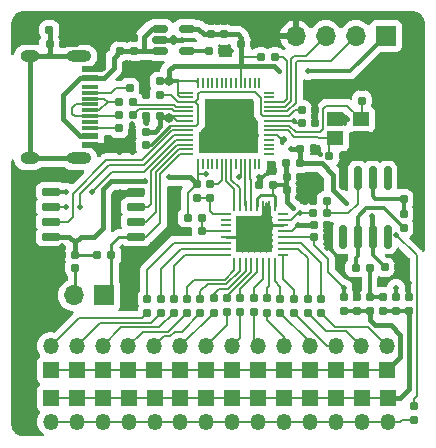
<source format=gtl>
%TF.GenerationSoftware,KiCad,Pcbnew,7.0.10*%
%TF.CreationDate,2024-02-03T16:53:45+08:00*%
%TF.ProjectId,ad7142-eval,61643731-3432-42d6-9576-616c2e6b6963,rev?*%
%TF.SameCoordinates,Original*%
%TF.FileFunction,Copper,L1,Top*%
%TF.FilePolarity,Positive*%
%FSLAX46Y46*%
G04 Gerber Fmt 4.6, Leading zero omitted, Abs format (unit mm)*
G04 Created by KiCad (PCBNEW 7.0.10) date 2024-02-03 16:53:45*
%MOMM*%
%LPD*%
G01*
G04 APERTURE LIST*
G04 Aperture macros list*
%AMRoundRect*
0 Rectangle with rounded corners*
0 $1 Rounding radius*
0 $2 $3 $4 $5 $6 $7 $8 $9 X,Y pos of 4 corners*
0 Add a 4 corners polygon primitive as box body*
4,1,4,$2,$3,$4,$5,$6,$7,$8,$9,$2,$3,0*
0 Add four circle primitives for the rounded corners*
1,1,$1+$1,$2,$3*
1,1,$1+$1,$4,$5*
1,1,$1+$1,$6,$7*
1,1,$1+$1,$8,$9*
0 Add four rect primitives between the rounded corners*
20,1,$1+$1,$2,$3,$4,$5,0*
20,1,$1+$1,$4,$5,$6,$7,0*
20,1,$1+$1,$6,$7,$8,$9,0*
20,1,$1+$1,$8,$9,$2,$3,0*%
G04 Aperture macros list end*
%TA.AperFunction,SMDPad,CuDef*%
%ADD10RoundRect,0.160000X0.160000X-0.197500X0.160000X0.197500X-0.160000X0.197500X-0.160000X-0.197500X0*%
%TD*%
%TA.AperFunction,SMDPad,CuDef*%
%ADD11RoundRect,0.160000X0.197500X0.160000X-0.197500X0.160000X-0.197500X-0.160000X0.197500X-0.160000X0*%
%TD*%
%TA.AperFunction,SMDPad,CuDef*%
%ADD12RoundRect,0.155000X-0.212500X-0.155000X0.212500X-0.155000X0.212500X0.155000X-0.212500X0.155000X0*%
%TD*%
%TA.AperFunction,SMDPad,CuDef*%
%ADD13RoundRect,0.160000X-0.197500X-0.160000X0.197500X-0.160000X0.197500X0.160000X-0.197500X0.160000X0*%
%TD*%
%TA.AperFunction,ComponentPad*%
%ADD14R,1.350000X1.350000*%
%TD*%
%TA.AperFunction,ComponentPad*%
%ADD15O,1.350000X1.350000*%
%TD*%
%TA.AperFunction,SMDPad,CuDef*%
%ADD16RoundRect,0.160000X-0.160000X0.197500X-0.160000X-0.197500X0.160000X-0.197500X0.160000X0.197500X0*%
%TD*%
%TA.AperFunction,ComponentPad*%
%ADD17R,1.700000X1.700000*%
%TD*%
%TA.AperFunction,ComponentPad*%
%ADD18O,1.700000X1.700000*%
%TD*%
%TA.AperFunction,SMDPad,CuDef*%
%ADD19RoundRect,0.062500X0.062500X-0.350000X0.062500X0.350000X-0.062500X0.350000X-0.062500X-0.350000X0*%
%TD*%
%TA.AperFunction,SMDPad,CuDef*%
%ADD20RoundRect,0.062500X0.350000X-0.062500X0.350000X0.062500X-0.350000X0.062500X-0.350000X-0.062500X0*%
%TD*%
%TA.AperFunction,SMDPad,CuDef*%
%ADD21R,3.100000X3.100000*%
%TD*%
%TA.AperFunction,SMDPad,CuDef*%
%ADD22RoundRect,0.155000X0.155000X-0.212500X0.155000X0.212500X-0.155000X0.212500X-0.155000X-0.212500X0*%
%TD*%
%TA.AperFunction,SMDPad,CuDef*%
%ADD23RoundRect,0.150000X0.650000X0.150000X-0.650000X0.150000X-0.650000X-0.150000X0.650000X-0.150000X0*%
%TD*%
%TA.AperFunction,SMDPad,CuDef*%
%ADD24RoundRect,0.155000X0.212500X0.155000X-0.212500X0.155000X-0.212500X-0.155000X0.212500X-0.155000X0*%
%TD*%
%TA.AperFunction,SMDPad,CuDef*%
%ADD25RoundRect,0.150000X-0.512500X-0.150000X0.512500X-0.150000X0.512500X0.150000X-0.512500X0.150000X0*%
%TD*%
%TA.AperFunction,SMDPad,CuDef*%
%ADD26RoundRect,0.150000X-0.150000X0.825000X-0.150000X-0.825000X0.150000X-0.825000X0.150000X0.825000X0*%
%TD*%
%TA.AperFunction,SMDPad,CuDef*%
%ADD27RoundRect,0.050000X0.050000X-0.387500X0.050000X0.387500X-0.050000X0.387500X-0.050000X-0.387500X0*%
%TD*%
%TA.AperFunction,SMDPad,CuDef*%
%ADD28RoundRect,0.050000X0.387500X-0.050000X0.387500X0.050000X-0.387500X0.050000X-0.387500X-0.050000X0*%
%TD*%
%TA.AperFunction,SMDPad,CuDef*%
%ADD29R,3.200000X3.200000*%
%TD*%
%TA.AperFunction,SMDPad,CuDef*%
%ADD30R,1.450300X0.299700*%
%TD*%
%TA.AperFunction,SMDPad,CuDef*%
%ADD31R,1.450300X0.599400*%
%TD*%
%TA.AperFunction,ComponentPad*%
%ADD32O,1.600200X1.000800*%
%TD*%
%TA.AperFunction,ComponentPad*%
%ADD33O,2.100600X1.000800*%
%TD*%
%TA.AperFunction,SMDPad,CuDef*%
%ADD34R,1.400000X1.200000*%
%TD*%
%TA.AperFunction,ViaPad*%
%ADD35C,0.500000*%
%TD*%
%TA.AperFunction,ViaPad*%
%ADD36C,0.800000*%
%TD*%
%TA.AperFunction,Conductor*%
%ADD37C,0.177800*%
%TD*%
%TA.AperFunction,Conductor*%
%ADD38C,0.250000*%
%TD*%
%TA.AperFunction,Conductor*%
%ADD39C,0.457200*%
%TD*%
%TA.AperFunction,Conductor*%
%ADD40C,0.304800*%
%TD*%
G04 APERTURE END LIST*
D10*
%TO.P,R37,1*%
%TO.N,Net-(J17-Pin_2)*%
X140462000Y-113538000D03*
%TO.P,R37,2*%
%TO.N,/SRC*%
X140462000Y-112343000D03*
%TD*%
D11*
%TO.P,R30,2*%
%TO.N,Net-(R14-Pad1)*%
X135540000Y-100640000D03*
%TO.P,R30,1*%
%TO.N,/ACTSHIELD*%
X136735000Y-100640000D03*
%TD*%
D12*
%TO.P,C6,1*%
%TO.N,GND*%
X116630000Y-90220000D03*
%TO.P,C6,2*%
%TO.N,+1V1*%
X117765000Y-90220000D03*
%TD*%
%TO.P,C15,1*%
%TO.N,GND*%
X116630000Y-89120000D03*
%TO.P,C15,2*%
%TO.N,+3V3*%
X117765000Y-89120000D03*
%TD*%
D13*
%TO.P,R6,1*%
%TO.N,+3V3*%
X127512500Y-82810000D03*
%TO.P,R6,2*%
%TO.N,Net-(U3-RUN)*%
X128707500Y-82810000D03*
%TD*%
D12*
%TO.P,C20,2*%
%TO.N,GND*%
X130845000Y-92935000D03*
%TO.P,C20,1*%
%TO.N,Net-(U4-AVCC)*%
X129710000Y-92935000D03*
%TD*%
D14*
%TO.P,J23,1,Pin_1*%
%TO.N,Net-(J17-Pin_1)*%
X122911342Y-111680000D03*
D15*
%TO.P,J23,2,Pin_2*%
%TO.N,Net-(J17-Pin_2)*%
X122911342Y-113680000D03*
%TD*%
D11*
%TO.P,R15,1*%
%TO.N,/VREF*%
X122530000Y-96410000D03*
%TO.P,R15,2*%
%TO.N,+3V3*%
X121335000Y-96410000D03*
%TD*%
D10*
%TO.P,R32,2*%
%TO.N,/CSHILED*%
X134527500Y-103122500D03*
%TO.P,R32,1*%
%TO.N,Net-(J10-Pin_1)*%
X134527500Y-104317500D03*
%TD*%
D14*
%TO.P,J11,1,Pin_1*%
%TO.N,Net-(J10-Pin_1)*%
X127271342Y-109280000D03*
D15*
%TO.P,J11,2,Pin_2*%
%TO.N,Net-(J11-Pin_2)*%
X127271342Y-107280000D03*
%TD*%
D12*
%TO.P,C3,1*%
%TO.N,Net-(U3-XIN)*%
X133330000Y-91210000D03*
%TO.P,C3,2*%
%TO.N,GND*%
X134465000Y-91210000D03*
%TD*%
D16*
%TO.P,R27,1*%
%TO.N,Net-(U4-CIN11)*%
X130332500Y-103265000D03*
%TO.P,R27,2*%
%TO.N,Net-(J14-Pin_2)*%
X130332500Y-104460000D03*
%TD*%
D14*
%TO.P,J17,1,Pin_1*%
%TO.N,Net-(J17-Pin_1)*%
X109752886Y-111680000D03*
D15*
%TO.P,J17,2,Pin_2*%
%TO.N,Net-(J17-Pin_2)*%
X109752886Y-113680000D03*
%TD*%
D12*
%TO.P,C24,1*%
%TO.N,GND*%
X131976000Y-94968000D03*
%TO.P,C24,2*%
%TO.N,Net-(U5-+)*%
X133111000Y-94968000D03*
%TD*%
D16*
%TO.P,R24,1*%
%TO.N,Net-(U4-CIN8)*%
X126907500Y-103212500D03*
%TO.P,R24,2*%
%TO.N,Net-(J11-Pin_2)*%
X126907500Y-104407500D03*
%TD*%
D14*
%TO.P,J12,1,Pin_1*%
%TO.N,Net-(J10-Pin_1)*%
X129463649Y-109280000D03*
D15*
%TO.P,J12,2,Pin_2*%
%TO.N,Net-(J12-Pin_2)*%
X129463649Y-107280000D03*
%TD*%
D10*
%TO.P,R34,2*%
%TO.N,/ACTSHIELD*%
X137851500Y-103122500D03*
%TO.P,R34,1*%
%TO.N,Net-(J17-Pin_1)*%
X137851500Y-104317500D03*
%TD*%
D17*
%TO.P,J1,1,Pin_1*%
%TO.N,+3V3*%
X138107500Y-81010000D03*
D18*
%TO.P,J1,2,Pin_2*%
%TO.N,/SWCLK*%
X135567500Y-81010000D03*
%TO.P,J1,3,Pin_3*%
%TO.N,/SWDIO*%
X133027500Y-81010000D03*
%TO.P,J1,4,Pin_4*%
%TO.N,GND*%
X130487500Y-81010000D03*
%TD*%
D12*
%TO.P,C18,1*%
%TO.N,+3V3*%
X130865000Y-90610000D03*
%TO.P,C18,2*%
%TO.N,GND*%
X132000000Y-90610000D03*
%TD*%
D14*
%TO.P,J10,1,Pin_1*%
%TO.N,Net-(J10-Pin_1)*%
X125079035Y-109280000D03*
D15*
%TO.P,J10,2,Pin_2*%
%TO.N,Net-(J10-Pin_2)*%
X125079035Y-107280000D03*
%TD*%
D14*
%TO.P,J29,1,Pin_1*%
%TO.N,Net-(J17-Pin_1)*%
X136069798Y-111680000D03*
D15*
%TO.P,J29,2,Pin_2*%
%TO.N,Net-(J17-Pin_2)*%
X136069798Y-113680000D03*
%TD*%
D14*
%TO.P,J14,1,Pin_1*%
%TO.N,Net-(J10-Pin_1)*%
X133848263Y-109280000D03*
D15*
%TO.P,J14,2,Pin_2*%
%TO.N,Net-(J14-Pin_2)*%
X133848263Y-107280000D03*
%TD*%
D16*
%TO.P,R29,1*%
%TO.N,Net-(U4-CIN13)*%
X132632500Y-103290000D03*
%TO.P,R29,2*%
%TO.N,Net-(J16-Pin_2)*%
X132632500Y-104485000D03*
%TD*%
D19*
%TO.P,U4,1,CIN3*%
%TO.N,Net-(U4-CIN3)*%
X125227500Y-100247500D03*
%TO.P,U4,2,CIN4*%
%TO.N,Net-(U4-CIN4)*%
X125727500Y-100247500D03*
%TO.P,U4,3,CIN5*%
%TO.N,Net-(U4-CIN5)*%
X126227500Y-100247500D03*
%TO.P,U4,4,CIN6*%
%TO.N,Net-(U4-CIN6)*%
X126727500Y-100247500D03*
%TO.P,U4,5,CIN7*%
%TO.N,Net-(U4-CIN7)*%
X127227500Y-100247500D03*
%TO.P,U4,6,CIN8*%
%TO.N,Net-(U4-CIN8)*%
X127727500Y-100247500D03*
%TO.P,U4,7,CIN9*%
%TO.N,Net-(U4-CIN9)*%
X128227500Y-100247500D03*
%TO.P,U4,8,CIN10*%
%TO.N,Net-(U4-CIN10)*%
X128727500Y-100247500D03*
D20*
%TO.P,U4,9,CIN11*%
%TO.N,Net-(U4-CIN11)*%
X129415000Y-99560000D03*
%TO.P,U4,10,CIN12*%
%TO.N,Net-(U4-CIN12)*%
X129415000Y-99060000D03*
%TO.P,U4,11,CIN13*%
%TO.N,Net-(U4-CIN13)*%
X129415000Y-98560000D03*
%TO.P,U4,12,CSHIELD*%
%TO.N,/CSHILED*%
X129415000Y-98060000D03*
%TO.P,U4,13,AVCC*%
%TO.N,Net-(U4-AVCC)*%
X129415000Y-97560000D03*
%TO.P,U4,14,AGND*%
%TO.N,GND*%
X129415000Y-97060000D03*
%TO.P,U4,15,SRC*%
%TO.N,/SRC*%
X129415000Y-96560000D03*
%TO.P,U4,16,SRC#*%
%TO.N,/#SRC*%
X129415000Y-96060000D03*
D19*
%TO.P,U4,17,DVCC*%
%TO.N,Net-(U4-AVCC)*%
X128727500Y-95372500D03*
%TO.P,U4,18,DGND1*%
%TO.N,GND*%
X128227500Y-95372500D03*
%TO.P,U4,19,DGND2*%
X127727500Y-95372500D03*
%TO.P,U4,20,VDRIVE*%
%TO.N,Net-(U4-AVCC)*%
X127227500Y-95372500D03*
%TO.P,U4,21,SDO*%
%TO.N,/SPI_MISO*%
X126727500Y-95372500D03*
%TO.P,U4,22,SDI*%
%TO.N,/SPI_MOSI*%
X126227500Y-95372500D03*
%TO.P,U4,23,SCLK*%
%TO.N,/SPI_SCLK*%
X125727500Y-95372500D03*
%TO.P,U4,24,CS#*%
%TO.N,/AD7142_CS*%
X125227500Y-95372500D03*
D20*
%TO.P,U4,25,INT#*%
%TO.N,/AD7142_INT*%
X124540000Y-96060000D03*
%TO.P,U4,26,GPIO*%
%TO.N,unconnected-(U4-GPIO-Pad26)*%
X124540000Y-96560000D03*
%TO.P,U4,27,TEST*%
%TO.N,unconnected-(U4-TEST-Pad27)*%
X124540000Y-97060000D03*
%TO.P,U4,28,VREF+*%
%TO.N,/VREF*%
X124540000Y-97560000D03*
%TO.P,U4,29,VREF-*%
%TO.N,GND*%
X124540000Y-98060000D03*
%TO.P,U4,30,CIN0*%
%TO.N,Net-(U4-CIN0)*%
X124540000Y-98560000D03*
%TO.P,U4,31,CIN1*%
%TO.N,Net-(U4-CIN1)*%
X124540000Y-99060000D03*
%TO.P,U4,32,CIN2*%
%TO.N,Net-(U4-CIN2)*%
X124540000Y-99560000D03*
D21*
%TO.P,U4,33,EP*%
%TO.N,GND*%
X126977500Y-97810000D03*
%TD*%
D13*
%TO.P,R8,1*%
%TO.N,/USBDN*%
X115510000Y-86610000D03*
%TO.P,R8,2*%
%TO.N,Net-(U3-USB_DM)*%
X116705000Y-86610000D03*
%TD*%
D14*
%TO.P,J16,1,Pin_1*%
%TO.N,Net-(J10-Pin_1)*%
X138232877Y-109280000D03*
D15*
%TO.P,J16,2,Pin_2*%
%TO.N,Net-(J16-Pin_2)*%
X138232877Y-107280000D03*
%TD*%
D12*
%TO.P,C22,1*%
%TO.N,Net-(U4-AVCC)*%
X131990000Y-97010000D03*
%TO.P,C22,2*%
%TO.N,GND*%
X133125000Y-97010000D03*
%TD*%
D10*
%TO.P,R11,1*%
%TO.N,/AD7142_INT*%
X122107500Y-94710000D03*
%TO.P,R11,2*%
%TO.N,+3V3*%
X122107500Y-93515000D03*
%TD*%
D14*
%TO.P,J19,1,Pin_1*%
%TO.N,Net-(J17-Pin_1)*%
X114139038Y-111680000D03*
D15*
%TO.P,J19,2,Pin_2*%
%TO.N,Net-(J17-Pin_2)*%
X114139038Y-113680000D03*
%TD*%
D16*
%TO.P,R23,1*%
%TO.N,Net-(U4-CIN7)*%
X125782500Y-103212500D03*
%TO.P,R23,2*%
%TO.N,Net-(J10-Pin_2)*%
X125782500Y-104407500D03*
%TD*%
D14*
%TO.P,J18,1,Pin_1*%
%TO.N,Net-(J17-Pin_1)*%
X111945962Y-111680000D03*
D15*
%TO.P,J18,2,Pin_2*%
%TO.N,Net-(J17-Pin_2)*%
X111945962Y-113680000D03*
%TD*%
D12*
%TO.P,C17,1*%
%TO.N,GND*%
X117840000Y-84860000D03*
%TO.P,C17,2*%
%TO.N,+3V3*%
X118975000Y-84860000D03*
%TD*%
D16*
%TO.P,R25,1*%
%TO.N,Net-(U4-CIN9)*%
X128032500Y-103240000D03*
%TO.P,R25,2*%
%TO.N,Net-(J12-Pin_2)*%
X128032500Y-104435000D03*
%TD*%
%TO.P,R17,1*%
%TO.N,Net-(U4-CIN1)*%
X119032500Y-103262500D03*
%TO.P,R17,2*%
%TO.N,Net-(J4-Pin_2)*%
X119032500Y-104457500D03*
%TD*%
D13*
%TO.P,R2,1*%
%TO.N,+3V3*%
X113672500Y-99570000D03*
%TO.P,R2,2*%
%TO.N,/QSPI_CS*%
X114867500Y-99570000D03*
%TD*%
D14*
%TO.P,J9,1,Pin_1*%
%TO.N,Net-(J10-Pin_1)*%
X122886728Y-109280000D03*
D15*
%TO.P,J9,2,Pin_2*%
%TO.N,Net-(J9-Pin_2)*%
X122886728Y-107280000D03*
%TD*%
D14*
%TO.P,J20,1,Pin_1*%
%TO.N,Net-(J17-Pin_1)*%
X116332114Y-111680000D03*
D15*
%TO.P,J20,2,Pin_2*%
%TO.N,Net-(J17-Pin_2)*%
X116332114Y-113680000D03*
%TD*%
D16*
%TO.P,R20,2*%
%TO.N,Net-(J7-Pin_2)*%
X122407500Y-104482500D03*
%TO.P,R20,1*%
%TO.N,Net-(U4-CIN4)*%
X122407500Y-103287500D03*
%TD*%
D22*
%TO.P,C7,1*%
%TO.N,VBUS*%
X115557500Y-82310000D03*
%TO.P,C7,2*%
%TO.N,GND*%
X115557500Y-81175000D03*
%TD*%
D13*
%TO.P,R12,1*%
%TO.N,/SRC*%
X131926000Y-95984000D03*
%TO.P,R12,2*%
%TO.N,Net-(U5-+)*%
X133121000Y-95984000D03*
%TD*%
D11*
%TO.P,R10,1*%
%TO.N,+3V3*%
X130855000Y-91810000D03*
%TO.P,R10,2*%
%TO.N,Net-(U4-AVCC)*%
X129660000Y-91810000D03*
%TD*%
D10*
%TO.P,R13,2*%
%TO.N,GND*%
X139617500Y-93632500D03*
%TO.P,R13,1*%
%TO.N,Net-(U5--)*%
X139617500Y-94827500D03*
%TD*%
D14*
%TO.P,J7,1,Pin_1*%
%TO.N,Net-(J10-Pin_1)*%
X118502114Y-109280000D03*
D15*
%TO.P,J7,2,Pin_2*%
%TO.N,Net-(J7-Pin_2)*%
X118502114Y-107280000D03*
%TD*%
D22*
%TO.P,C13,1*%
%TO.N,+3V3*%
X124407500Y-80877500D03*
%TO.P,C13,2*%
%TO.N,GND*%
X124407500Y-79742500D03*
%TD*%
D13*
%TO.P,R1,1*%
%TO.N,/SHIELD*%
X109610000Y-80510000D03*
%TO.P,R1,2*%
%TO.N,GND*%
X110805000Y-80510000D03*
%TD*%
D14*
%TO.P,J15,1,Pin_1*%
%TO.N,Net-(J10-Pin_1)*%
X136040570Y-109280000D03*
D15*
%TO.P,J15,2,Pin_2*%
%TO.N,Net-(J15-Pin_2)*%
X136040570Y-107280000D03*
%TD*%
D14*
%TO.P,J13,1,Pin_1*%
%TO.N,Net-(J10-Pin_1)*%
X131655956Y-109280000D03*
D15*
%TO.P,J13,2,Pin_2*%
%TO.N,Net-(J13-Pin_2)*%
X131655956Y-107280000D03*
%TD*%
D12*
%TO.P,C19,1*%
%TO.N,/CSHILED*%
X132015000Y-98060000D03*
%TO.P,C19,2*%
%TO.N,GND*%
X133150000Y-98060000D03*
%TD*%
D22*
%TO.P,C5,1*%
%TO.N,Net-(U3-XOUT)*%
X136082500Y-86485000D03*
%TO.P,C5,2*%
%TO.N,GND*%
X136082500Y-85350000D03*
%TD*%
D16*
%TO.P,R9,1*%
%TO.N,Net-(U3-GPIO4)*%
X123207500Y-93512500D03*
%TO.P,R9,2*%
%TO.N,/AD7142_INT*%
X123207500Y-94707500D03*
%TD*%
D22*
%TO.P,C4,1*%
%TO.N,VBUS*%
X116807500Y-82310000D03*
%TO.P,C4,2*%
%TO.N,GND*%
X116807500Y-81175000D03*
%TD*%
D23*
%TO.P,U1,8,VCC*%
%TO.N,+3V3*%
X109757500Y-98015000D03*
%TO.P,U1,7,IO3*%
%TO.N,/QSPI_D3*%
X109757500Y-96745000D03*
%TO.P,U1,6,CLK*%
%TO.N,/QSPI_CLK*%
X109757500Y-95475000D03*
%TO.P,U1,5,DI(IO0)*%
%TO.N,/QSPI_D0*%
X109757500Y-94205000D03*
%TO.P,U1,4,GND*%
%TO.N,GND*%
X116957500Y-94205000D03*
%TO.P,U1,3,IO2*%
%TO.N,/QSPI_D2*%
X116957500Y-95475000D03*
%TO.P,U1,2,DO(IO1)*%
%TO.N,/QSPI_D1*%
X116957500Y-96745000D03*
%TO.P,U1,1,~{CS}*%
%TO.N,/QSPI_CS*%
X116957500Y-98015000D03*
%TD*%
D14*
%TO.P,J22,1,Pin_1*%
%TO.N,Net-(J17-Pin_1)*%
X120718266Y-111680000D03*
D15*
%TO.P,J22,2,Pin_2*%
%TO.N,Net-(J17-Pin_2)*%
X120718266Y-113680000D03*
%TD*%
D14*
%TO.P,J24,1,Pin_1*%
%TO.N,Net-(J17-Pin_1)*%
X125104418Y-111680000D03*
D15*
%TO.P,J24,2,Pin_2*%
%TO.N,Net-(J17-Pin_2)*%
X125104418Y-113680000D03*
%TD*%
D14*
%TO.P,J28,1,Pin_1*%
%TO.N,Net-(J17-Pin_1)*%
X133876722Y-111680000D03*
D15*
%TO.P,J28,2,Pin_2*%
%TO.N,Net-(J17-Pin_2)*%
X133876722Y-113680000D03*
%TD*%
D10*
%TO.P,R31,2*%
%TO.N,/ACTSHIELD*%
X136743500Y-103122500D03*
%TO.P,R31,1*%
%TO.N,Net-(J10-Pin_1)*%
X136743500Y-104317500D03*
%TD*%
D14*
%TO.P,J25,1,Pin_1*%
%TO.N,Net-(J17-Pin_1)*%
X127297494Y-111680000D03*
D15*
%TO.P,J25,2,Pin_2*%
%TO.N,Net-(J17-Pin_2)*%
X127297494Y-113680000D03*
%TD*%
D16*
%TO.P,R21,1*%
%TO.N,Net-(U4-CIN5)*%
X123532500Y-103237500D03*
%TO.P,R21,2*%
%TO.N,Net-(J8-Pin_2)*%
X123532500Y-104432500D03*
%TD*%
D10*
%TO.P,R33,1*%
%TO.N,Net-(J10-Pin_1)*%
X135635500Y-104317500D03*
%TO.P,R33,2*%
%TO.N,GND*%
X135635500Y-103122500D03*
%TD*%
%TO.P,R5,1*%
%TO.N,Net-(USB1-CC1)*%
X116407500Y-85407500D03*
%TO.P,R5,2*%
%TO.N,GND*%
X116407500Y-84212500D03*
%TD*%
D22*
%TO.P,C11,1*%
%TO.N,+3V3*%
X123307500Y-80877500D03*
%TO.P,C11,2*%
%TO.N,GND*%
X123307500Y-79742500D03*
%TD*%
D12*
%TO.P,C1,2*%
%TO.N,+3V3*%
X111792500Y-99570000D03*
%TO.P,C1,1*%
%TO.N,GND*%
X110657500Y-99570000D03*
%TD*%
D14*
%TO.P,J6,1,Pin_1*%
%TO.N,Net-(J10-Pin_1)*%
X116309807Y-109280000D03*
D15*
%TO.P,J6,2,Pin_2*%
%TO.N,Net-(J6-Pin_2)*%
X116309807Y-107280000D03*
%TD*%
D10*
%TO.P,R35,2*%
%TO.N,/CSHILED*%
X138959500Y-103122500D03*
%TO.P,R35,1*%
%TO.N,Net-(J17-Pin_1)*%
X138959500Y-104317500D03*
%TD*%
%TO.P,R36,1*%
%TO.N,Net-(J17-Pin_1)*%
X140067500Y-104317500D03*
%TO.P,R36,2*%
%TO.N,GND*%
X140067500Y-103122500D03*
%TD*%
D24*
%TO.P,C26,1*%
%TO.N,/VREF*%
X122525000Y-97560000D03*
%TO.P,C26,2*%
%TO.N,GND*%
X121390000Y-97560000D03*
%TD*%
%TO.P,C25,2*%
%TO.N,+3V3*%
X138017500Y-100610000D03*
%TO.P,C25,1*%
%TO.N,GND*%
X139152500Y-100610000D03*
%TD*%
D12*
%TO.P,C12,1*%
%TO.N,GND*%
X117840000Y-87810000D03*
%TO.P,C12,2*%
%TO.N,+3V3*%
X118975000Y-87810000D03*
%TD*%
D24*
%TO.P,C23,1*%
%TO.N,Net-(U4-AVCC)*%
X128535000Y-93640000D03*
%TO.P,C23,2*%
%TO.N,GND*%
X127400000Y-93640000D03*
%TD*%
%TO.P,C14,1*%
%TO.N,GND*%
X132125000Y-88385000D03*
%TO.P,C14,2*%
%TO.N,+3V3*%
X130990000Y-88385000D03*
%TD*%
D14*
%TO.P,J21,1,Pin_1*%
%TO.N,Net-(J17-Pin_1)*%
X118525190Y-111680000D03*
D15*
%TO.P,J21,2,Pin_2*%
%TO.N,Net-(J17-Pin_2)*%
X118525190Y-113680000D03*
%TD*%
D14*
%TO.P,J26,1,Pin_1*%
%TO.N,Net-(J17-Pin_1)*%
X129490570Y-111680000D03*
D15*
%TO.P,J26,2,Pin_2*%
%TO.N,Net-(J17-Pin_2)*%
X129490570Y-113680000D03*
%TD*%
D13*
%TO.P,R7,1*%
%TO.N,/USBDP*%
X115512500Y-87710000D03*
%TO.P,R7,2*%
%TO.N,Net-(U3-USB_DP)*%
X116707500Y-87710000D03*
%TD*%
D16*
%TO.P,R18,1*%
%TO.N,Net-(U4-CIN2)*%
X120157500Y-103262500D03*
%TO.P,R18,2*%
%TO.N,Net-(J5-Pin_2)*%
X120157500Y-104457500D03*
%TD*%
D14*
%TO.P,J27,1,Pin_1*%
%TO.N,Net-(J17-Pin_1)*%
X131683646Y-111680000D03*
D15*
%TO.P,J27,2,Pin_2*%
%TO.N,Net-(J17-Pin_2)*%
X131683646Y-113680000D03*
%TD*%
D25*
%TO.P,U2,1,IN*%
%TO.N,VBUS*%
X118970000Y-80410000D03*
%TO.P,U2,2,GND*%
%TO.N,GND*%
X118970000Y-81360000D03*
%TO.P,U2,3,EN*%
%TO.N,VBUS*%
X118970000Y-82310000D03*
%TO.P,U2,4,BP*%
%TO.N,Net-(U2-BP)*%
X121245000Y-82310000D03*
%TO.P,U2,5,OUT*%
%TO.N,+3V3*%
X121245000Y-80410000D03*
%TD*%
D10*
%TO.P,R4,1*%
%TO.N,GND*%
X115507500Y-90007500D03*
%TO.P,R4,2*%
%TO.N,Net-(USB1-CC2)*%
X115507500Y-88812500D03*
%TD*%
%TO.P,R14,1*%
%TO.N,Net-(R14-Pad1)*%
X139607500Y-97245000D03*
%TO.P,R14,2*%
%TO.N,Net-(U5--)*%
X139607500Y-96050000D03*
%TD*%
D26*
%TO.P,U5,1,NC*%
%TO.N,unconnected-(U5-NC-Pad1)*%
X138252500Y-93065000D03*
%TO.P,U5,2,-*%
%TO.N,Net-(U5--)*%
X136982500Y-93065000D03*
%TO.P,U5,3,+*%
%TO.N,Net-(U5-+)*%
X135712500Y-93065000D03*
%TO.P,U5,4,V-*%
%TO.N,GND*%
X134442500Y-93065000D03*
%TO.P,U5,5,NC*%
%TO.N,unconnected-(U5-NC-Pad5)*%
X134442500Y-98015000D03*
%TO.P,U5,6*%
%TO.N,Net-(R14-Pad1)*%
X135712500Y-98015000D03*
%TO.P,U5,7,V+*%
%TO.N,+3V3*%
X136982500Y-98015000D03*
%TO.P,U5,8,NC*%
%TO.N,unconnected-(U5-NC-Pad8)*%
X138252500Y-98015000D03*
%TD*%
D16*
%TO.P,R28,2*%
%TO.N,Net-(J15-Pin_2)*%
X131482500Y-104482500D03*
%TO.P,R28,1*%
%TO.N,Net-(U4-CIN12)*%
X131482500Y-103287500D03*
%TD*%
D14*
%TO.P,J3,1,Pin_1*%
%TO.N,Net-(J10-Pin_1)*%
X109732886Y-109280000D03*
D15*
%TO.P,J3,2,Pin_2*%
%TO.N,Net-(J3-Pin_2)*%
X109732886Y-107280000D03*
%TD*%
D16*
%TO.P,R19,2*%
%TO.N,Net-(J6-Pin_2)*%
X121282500Y-104457500D03*
%TO.P,R19,1*%
%TO.N,Net-(U4-CIN3)*%
X121282500Y-103262500D03*
%TD*%
D14*
%TO.P,J4,1,Pin_1*%
%TO.N,Net-(J10-Pin_1)*%
X111925193Y-109280000D03*
D15*
%TO.P,J4,2,Pin_2*%
%TO.N,Net-(J4-Pin_2)*%
X111925193Y-107280000D03*
%TD*%
D11*
%TO.P,R3,1*%
%TO.N,Net-(J2-Pin_2)*%
X111802500Y-100630000D03*
%TO.P,R3,2*%
%TO.N,GND*%
X110607500Y-100630000D03*
%TD*%
D24*
%TO.P,C8,1*%
%TO.N,GND*%
X132117500Y-87285000D03*
%TO.P,C8,2*%
%TO.N,+1V1*%
X130982500Y-87285000D03*
%TD*%
D12*
%TO.P,C10,1*%
%TO.N,Net-(U2-BP)*%
X123107500Y-82310000D03*
%TO.P,C10,2*%
%TO.N,GND*%
X124242500Y-82310000D03*
%TD*%
D16*
%TO.P,R16,1*%
%TO.N,Net-(U4-CIN0)*%
X117907500Y-103262500D03*
%TO.P,R16,2*%
%TO.N,Net-(J3-Pin_2)*%
X117907500Y-104457500D03*
%TD*%
D12*
%TO.P,C21,1*%
%TO.N,Net-(U4-AVCC)*%
X129697500Y-94060000D03*
%TO.P,C21,2*%
%TO.N,GND*%
X130832500Y-94060000D03*
%TD*%
%TO.P,C2,1*%
%TO.N,/SHIELD*%
X109640000Y-81710000D03*
%TO.P,C2,2*%
%TO.N,GND*%
X110775000Y-81710000D03*
%TD*%
D27*
%TO.P,U3,1,IOVDD*%
%TO.N,+3V3*%
X122207500Y-91847500D03*
%TO.P,U3,2,GPIO0*%
%TO.N,unconnected-(U3-GPIO0-Pad2)*%
X122607500Y-91847500D03*
%TO.P,U3,3,GPIO1*%
%TO.N,unconnected-(U3-GPIO1-Pad3)*%
X123007500Y-91847500D03*
%TO.P,U3,4,GPIO2*%
%TO.N,unconnected-(U3-GPIO2-Pad4)*%
X123407500Y-91847500D03*
%TO.P,U3,5,GPIO3*%
%TO.N,unconnected-(U3-GPIO3-Pad5)*%
X123807500Y-91847500D03*
%TO.P,U3,6,GPIO4*%
%TO.N,Net-(U3-GPIO4)*%
X124207500Y-91847500D03*
%TO.P,U3,7,GPIO5*%
%TO.N,/AD7142_CS*%
X124607500Y-91847500D03*
%TO.P,U3,8,GPIO6*%
%TO.N,/SPI_SCLK*%
X125007500Y-91847500D03*
%TO.P,U3,9,GPIO7*%
%TO.N,unconnected-(U3-GPIO7-Pad9)*%
X125407500Y-91847500D03*
%TO.P,U3,10,IOVDD*%
%TO.N,+3V3*%
X125807500Y-91847500D03*
%TO.P,U3,11,GPIO8*%
%TO.N,/SPI_MOSI*%
X126207500Y-91847500D03*
%TO.P,U3,12,GPIO9*%
%TO.N,/SPI_MISO*%
X126607500Y-91847500D03*
%TO.P,U3,13,GPIO10*%
%TO.N,unconnected-(U3-GPIO10-Pad13)*%
X127007500Y-91847500D03*
%TO.P,U3,14,GPIO11*%
%TO.N,unconnected-(U3-GPIO11-Pad14)*%
X127407500Y-91847500D03*
D28*
%TO.P,U3,15,GPIO12*%
%TO.N,unconnected-(U3-GPIO12-Pad15)*%
X128245000Y-91010000D03*
%TO.P,U3,16,GPIO13*%
%TO.N,unconnected-(U3-GPIO13-Pad16)*%
X128245000Y-90610000D03*
%TO.P,U3,17,GPIO14*%
%TO.N,unconnected-(U3-GPIO14-Pad17)*%
X128245000Y-90210000D03*
%TO.P,U3,18,GPIO15*%
%TO.N,unconnected-(U3-GPIO15-Pad18)*%
X128245000Y-89810000D03*
%TO.P,U3,19,TESTEN*%
%TO.N,GND*%
X128245000Y-89410000D03*
%TO.P,U3,20,XIN*%
%TO.N,Net-(U3-XIN)*%
X128245000Y-89010000D03*
%TO.P,U3,21,XOUT*%
%TO.N,Net-(U3-XOUT)*%
X128245000Y-88610000D03*
%TO.P,U3,22,IOVDD*%
%TO.N,+3V3*%
X128245000Y-88210000D03*
%TO.P,U3,23,DVDD*%
%TO.N,+1V1*%
X128245000Y-87810000D03*
%TO.P,U3,24,SWCLK*%
%TO.N,/SWCLK*%
X128245000Y-87410000D03*
%TO.P,U3,25,SWD*%
%TO.N,/SWDIO*%
X128245000Y-87010000D03*
%TO.P,U3,26,RUN*%
%TO.N,Net-(U3-RUN)*%
X128245000Y-86610000D03*
%TO.P,U3,27,GPIO16*%
%TO.N,unconnected-(U3-GPIO16-Pad27)*%
X128245000Y-86210000D03*
%TO.P,U3,28,GPIO17*%
%TO.N,unconnected-(U3-GPIO17-Pad28)*%
X128245000Y-85810000D03*
D27*
%TO.P,U3,29,GPIO18*%
%TO.N,unconnected-(U3-GPIO18-Pad29)*%
X127407500Y-84972500D03*
%TO.P,U3,30,GPIO19*%
%TO.N,unconnected-(U3-GPIO19-Pad30)*%
X127007500Y-84972500D03*
%TO.P,U3,31,GPIO20*%
%TO.N,unconnected-(U3-GPIO20-Pad31)*%
X126607500Y-84972500D03*
%TO.P,U3,32,GPIO21*%
%TO.N,unconnected-(U3-GPIO21-Pad32)*%
X126207500Y-84972500D03*
%TO.P,U3,33,IOVDD*%
%TO.N,+3V3*%
X125807500Y-84972500D03*
%TO.P,U3,34,GPIO22*%
%TO.N,unconnected-(U3-GPIO22-Pad34)*%
X125407500Y-84972500D03*
%TO.P,U3,35,GPIO23*%
%TO.N,unconnected-(U3-GPIO23-Pad35)*%
X125007500Y-84972500D03*
%TO.P,U3,36,GPIO24*%
%TO.N,unconnected-(U3-GPIO24-Pad36)*%
X124607500Y-84972500D03*
%TO.P,U3,37,GPIO25*%
%TO.N,unconnected-(U3-GPIO25-Pad37)*%
X124207500Y-84972500D03*
%TO.P,U3,38,GPIO26_ADC0*%
%TO.N,unconnected-(U3-GPIO26_ADC0-Pad38)*%
X123807500Y-84972500D03*
%TO.P,U3,39,GPIO27_ADC1*%
%TO.N,unconnected-(U3-GPIO27_ADC1-Pad39)*%
X123407500Y-84972500D03*
%TO.P,U3,40,GPIO28_ADC2*%
%TO.N,unconnected-(U3-GPIO28_ADC2-Pad40)*%
X123007500Y-84972500D03*
%TO.P,U3,41,GPIO29_ADC3*%
%TO.N,unconnected-(U3-GPIO29_ADC3-Pad41)*%
X122607500Y-84972500D03*
%TO.P,U3,42,IOVDD*%
%TO.N,+3V3*%
X122207500Y-84972500D03*
D28*
%TO.P,U3,43,ADC_AVDD*%
X121370000Y-85810000D03*
%TO.P,U3,44,VREG_IN*%
X121370000Y-86210000D03*
%TO.P,U3,45,VREG_VOUT*%
%TO.N,+1V1*%
X121370000Y-86610000D03*
%TO.P,U3,46,USB_DM*%
%TO.N,Net-(U3-USB_DM)*%
X121370000Y-87010000D03*
%TO.P,U3,47,USB_DP*%
%TO.N,Net-(U3-USB_DP)*%
X121370000Y-87410000D03*
%TO.P,U3,48,USB_VDD*%
%TO.N,+3V3*%
X121370000Y-87810000D03*
%TO.P,U3,49,IOVDD*%
X121370000Y-88210000D03*
%TO.P,U3,50,DVDD*%
%TO.N,+1V1*%
X121370000Y-88610000D03*
%TO.P,U3,51,QSPI_SD3*%
%TO.N,/QSPI_D3*%
X121370000Y-89010000D03*
%TO.P,U3,52,QSPI_SCLK*%
%TO.N,/QSPI_CLK*%
X121370000Y-89410000D03*
%TO.P,U3,53,QSPI_SD0*%
%TO.N,/QSPI_D0*%
X121370000Y-89810000D03*
%TO.P,U3,54,QSPI_SD2*%
%TO.N,/QSPI_D2*%
X121370000Y-90210000D03*
%TO.P,U3,55,QSPI_SD1*%
%TO.N,/QSPI_D1*%
X121370000Y-90610000D03*
%TO.P,U3,56,QSPI_SS*%
%TO.N,/QSPI_CS*%
X121370000Y-91010000D03*
D29*
%TO.P,U3,57,GND*%
%TO.N,GND*%
X124807500Y-88410000D03*
%TD*%
D14*
%TO.P,J8,1,Pin_1*%
%TO.N,Net-(J10-Pin_1)*%
X120694421Y-109280000D03*
D15*
%TO.P,J8,2,Pin_2*%
%TO.N,Net-(J8-Pin_2)*%
X120694421Y-107280000D03*
%TD*%
D24*
%TO.P,C16,1*%
%TO.N,GND*%
X126975000Y-81710000D03*
%TO.P,C16,2*%
%TO.N,+3V3*%
X125840000Y-81710000D03*
%TD*%
D12*
%TO.P,C9,1*%
%TO.N,GND*%
X117840000Y-86010000D03*
%TO.P,C9,2*%
%TO.N,+1V1*%
X118975000Y-86010000D03*
%TD*%
D14*
%TO.P,J30,1,Pin_1*%
%TO.N,Net-(J17-Pin_1)*%
X138262874Y-111680000D03*
D15*
%TO.P,J30,2,Pin_2*%
%TO.N,Net-(J17-Pin_2)*%
X138262874Y-113680000D03*
%TD*%
D30*
%TO.P,USB1,B8,SBU2*%
%TO.N,unconnected-(USB1-SBU2-PadB8)*%
X113034600Y-85312300D03*
%TO.P,USB1,B7,DN2*%
%TO.N,/USBDN*%
X113034600Y-86313100D03*
%TO.P,USB1,B6,DP2*%
%TO.N,/USBDP*%
X113034600Y-87811700D03*
%TO.P,USB1,B5,CC2*%
%TO.N,Net-(USB1-CC2)*%
X113034600Y-88812500D03*
D31*
%TO.P,USB1,B4A9,VBUS*%
%TO.N,VBUS*%
X113034600Y-89513500D03*
%TO.P,USB1,B1A12,GND*%
%TO.N,GND*%
X113034600Y-90283100D03*
D30*
%TO.P,USB1,A8,SBU1*%
%TO.N,unconnected-(USB1-SBU1-PadA8)*%
X113034600Y-88312100D03*
%TO.P,USB1,A7,DN1*%
%TO.N,/USBDN*%
X113034600Y-87311300D03*
%TO.P,USB1,A6,DP1*%
%TO.N,/USBDP*%
X113034600Y-86813500D03*
%TO.P,USB1,A5,CC1*%
%TO.N,Net-(USB1-CC1)*%
X113034600Y-85812700D03*
D31*
%TO.P,USB1,A4B9,VBUS*%
%TO.N,VBUS*%
X113034600Y-84611300D03*
%TO.P,USB1,A1B12,GND*%
%TO.N,GND*%
X113034600Y-83836600D03*
D32*
%TO.P,USB1,16,GND*%
%TO.N,/SHIELD*%
X107939400Y-91382900D03*
%TO.P,USB1,15,GND*%
X107939400Y-82741900D03*
D33*
%TO.P,USB1,14,GND*%
X112120200Y-91382900D03*
%TO.P,USB1,13,GND*%
X112120200Y-82741900D03*
%TD*%
D14*
%TO.P,J5,1,Pin_1*%
%TO.N,Net-(J10-Pin_1)*%
X114117500Y-109280000D03*
D15*
%TO.P,J5,2,Pin_2*%
%TO.N,Net-(J5-Pin_2)*%
X114117500Y-107280000D03*
%TD*%
D16*
%TO.P,R26,1*%
%TO.N,Net-(U4-CIN10)*%
X129182500Y-103265000D03*
%TO.P,R26,2*%
%TO.N,Net-(J13-Pin_2)*%
X129182500Y-104460000D03*
%TD*%
D34*
%TO.P,Y1,1,1*%
%TO.N,Net-(U3-XIN)*%
X133782500Y-89685000D03*
%TO.P,Y1,2,2*%
%TO.N,GND*%
X135982500Y-89685000D03*
%TO.P,Y1,3,3*%
%TO.N,Net-(U3-XOUT)*%
X135982500Y-88085000D03*
%TO.P,Y1,4,4*%
%TO.N,GND*%
X133782500Y-88085000D03*
%TD*%
D16*
%TO.P,R22,1*%
%TO.N,Net-(U4-CIN6)*%
X124657500Y-103212500D03*
%TO.P,R22,2*%
%TO.N,Net-(J9-Pin_2)*%
X124657500Y-104407500D03*
%TD*%
D17*
%TO.P,J2,1,Pin_1*%
%TO.N,/QSPI_CS*%
X114242500Y-102970000D03*
D18*
%TO.P,J2,2,Pin_2*%
%TO.N,Net-(J2-Pin_2)*%
X111702500Y-102970000D03*
%TD*%
D35*
%TO.N,GND*%
X134112000Y-100076000D03*
X140716000Y-98298000D03*
X139446000Y-99822000D03*
%TO.N,/SRC*%
X130810000Y-95984000D03*
X139001704Y-97863318D03*
%TO.N,GND*%
X125984000Y-98806000D03*
X128016000Y-98806000D03*
X128016000Y-96774000D03*
X125984000Y-96774000D03*
X126977500Y-97810000D03*
%TO.N,Net-(U4-AVCC)*%
X130207500Y-95560000D03*
X130707500Y-97010000D03*
%TO.N,GND*%
X131957500Y-93960000D03*
X123887500Y-89380000D03*
X123887500Y-87475000D03*
X124807500Y-88410000D03*
X125792500Y-87475000D03*
X125792500Y-89380000D03*
X124807500Y-88410000D03*
X136277500Y-91200000D03*
X132497500Y-91050000D03*
%TO.N,+3V3*%
X136967500Y-96300000D03*
X134747500Y-95190000D03*
%TO.N,GND*%
X120327500Y-97570000D03*
%TO.N,+3V3*%
X125668600Y-92999692D03*
X122876619Y-92727547D03*
%TO.N,GND*%
X116627500Y-88500000D03*
X115567500Y-94200000D03*
%TO.N,/QSPI_CLK*%
X111048600Y-95490000D03*
X112227500Y-95470000D03*
%TO.N,/QSPI_D0*%
X111017500Y-94190000D03*
X113227500Y-94190000D03*
%TO.N,+3V3*%
X117698600Y-93320000D03*
X119747500Y-92970000D03*
%TO.N,GND*%
X110647500Y-98810000D03*
X133137500Y-98940000D03*
X130827500Y-94840000D03*
X135077500Y-85330000D03*
%TO.N,+3V3*%
X131547500Y-84010000D03*
X130337500Y-88210000D03*
%TO.N,GND*%
X132117500Y-86310000D03*
X134797500Y-88080000D03*
X135557500Y-91200000D03*
X139617500Y-92430000D03*
%TO.N,/CSHILED*%
X134527500Y-102320000D03*
X138967500Y-102330000D03*
%TO.N,GND*%
X140077500Y-101960000D03*
X135637500Y-101980000D03*
X127387500Y-92920000D03*
X124993183Y-82310000D03*
X111907500Y-81700000D03*
X114147500Y-82310000D03*
X114167500Y-83070000D03*
X114122500Y-81175000D03*
X120157500Y-81360000D03*
X120807500Y-81350000D03*
X125665000Y-79742500D03*
X126975000Y-80527500D03*
X116407500Y-83290000D03*
X117847500Y-83910000D03*
X117837500Y-88360000D03*
X114367500Y-90290000D03*
X115507500Y-90860000D03*
X116627500Y-90850000D03*
X129497874Y-89699626D03*
%TO.N,+3V3*%
X130057500Y-90600000D03*
X129097500Y-84000000D03*
D36*
X119747500Y-84860000D03*
X119752916Y-87927627D03*
%TD*%
D37*
%TO.N,Net-(U4-CIN4)*%
X125727500Y-100247500D02*
X125727500Y-100905710D01*
X125727500Y-100905710D02*
X124615355Y-102017855D01*
X124615355Y-102017855D02*
X123026145Y-102017855D01*
X123026145Y-102017855D02*
X122407500Y-102636500D01*
X122407500Y-102636500D02*
X122407500Y-103287500D01*
%TO.N,Net-(U4-CIN3)*%
X121282500Y-103262500D02*
X121282500Y-102237500D01*
X121282500Y-102237500D02*
X121879945Y-101640055D01*
X121879945Y-101640055D02*
X124458865Y-101640055D01*
X124458865Y-101640055D02*
X125227500Y-100871420D01*
X125227500Y-100871420D02*
X125227500Y-100247500D01*
%TO.N,/SRC*%
X139001704Y-97863318D02*
X140716000Y-99577614D01*
X140716000Y-111506000D02*
X140462000Y-111760000D01*
X140716000Y-99577614D02*
X140716000Y-111506000D01*
X140462000Y-111760000D02*
X140462000Y-112343000D01*
X130810000Y-95984000D02*
X130693500Y-95984000D01*
X131926000Y-95984000D02*
X130810000Y-95984000D01*
%TO.N,Net-(J17-Pin_2)*%
X139304000Y-113680000D02*
X139446000Y-113538000D01*
X138262874Y-113680000D02*
X139304000Y-113680000D01*
X139446000Y-113538000D02*
X140462000Y-113538000D01*
%TO.N,Net-(J16-Pin_2)*%
X132632500Y-104485000D02*
X133769700Y-105622200D01*
X133769700Y-105622200D02*
X136575077Y-105622200D01*
X136575077Y-105622200D02*
X138232877Y-107280000D01*
D38*
%TO.N,GND*%
X126977500Y-97767500D02*
X125984000Y-96774000D01*
X126977500Y-97810000D02*
X126977500Y-97767500D01*
D39*
X135982500Y-89685000D02*
X135982500Y-90905000D01*
X135982500Y-90905000D02*
X136277500Y-91200000D01*
%TO.N,Net-(J10-Pin_1)*%
X138232877Y-109280000D02*
X139336477Y-108176400D01*
X139336477Y-108176400D02*
X139336477Y-106338977D01*
X139336477Y-106338977D02*
X138507500Y-105510000D01*
X138507500Y-105510000D02*
X137194733Y-105510000D01*
X137194733Y-105510000D02*
X136743500Y-105058767D01*
X136743500Y-105058767D02*
X136743500Y-104317500D01*
%TO.N,Net-(J17-Pin_1)*%
X138262874Y-111680000D02*
X139337500Y-111680000D01*
X139337500Y-111680000D02*
X140067500Y-110950000D01*
X140067500Y-110950000D02*
X140067500Y-104317500D01*
D37*
%TO.N,Net-(J8-Pin_2)*%
X123532500Y-104441921D02*
X120694421Y-107280000D01*
X123532500Y-104432500D02*
X123532500Y-104441921D01*
%TO.N,Net-(J9-Pin_2)*%
X124657500Y-104407500D02*
X124657500Y-105510000D01*
X124657500Y-105510000D02*
X122887500Y-107280000D01*
X122887500Y-107280000D02*
X122886728Y-107280000D01*
%TO.N,Net-(J10-Pin_2)*%
X125782500Y-104407500D02*
X125782500Y-106576535D01*
X125782500Y-106576535D02*
X125079035Y-107280000D01*
%TO.N,Net-(J11-Pin_2)*%
X126907500Y-104407500D02*
X126907500Y-106916158D01*
X126907500Y-106916158D02*
X127271342Y-107280000D01*
%TO.N,Net-(J13-Pin_2)*%
X129182500Y-104460000D02*
X131655956Y-106933456D01*
X131655956Y-106933456D02*
X131655956Y-107280000D01*
%TO.N,Net-(J14-Pin_2)*%
X130332500Y-104460000D02*
X133152500Y-107280000D01*
X133152500Y-107280000D02*
X133848263Y-107280000D01*
%TO.N,Net-(J15-Pin_2)*%
X131482500Y-104482500D02*
X133000000Y-106000000D01*
X133000000Y-106000000D02*
X134760570Y-106000000D01*
X134760570Y-106000000D02*
X136040570Y-107280000D01*
%TO.N,Net-(J7-Pin_2)*%
X118502114Y-107280000D02*
X119348714Y-106433400D01*
X119348714Y-106433400D02*
X119840890Y-106433400D01*
X119840890Y-106433400D02*
X120214290Y-106060000D01*
X120214290Y-106060000D02*
X120830000Y-106060000D01*
X120830000Y-106060000D02*
X122407500Y-104482500D01*
%TO.N,Net-(J5-Pin_2)*%
X114117500Y-107280000D02*
X115719700Y-105677800D01*
X115719700Y-105677800D02*
X118937200Y-105677800D01*
X118937200Y-105677800D02*
X120157500Y-104457500D01*
%TO.N,Net-(J3-Pin_2)*%
X117907500Y-104457500D02*
X117442800Y-104922200D01*
X117442800Y-104922200D02*
X112090686Y-104922200D01*
X112090686Y-104922200D02*
X109732886Y-107280000D01*
%TO.N,Net-(J4-Pin_2)*%
X119032500Y-104457500D02*
X118190000Y-105300000D01*
X118190000Y-105300000D02*
X113905193Y-105300000D01*
X113905193Y-105300000D02*
X111925193Y-107280000D01*
D39*
%TO.N,Net-(U4-AVCC)*%
X131990000Y-97010000D02*
X130707500Y-97010000D01*
X129697500Y-94060000D02*
X129697500Y-95050000D01*
X129697500Y-95050000D02*
X130207500Y-95560000D01*
D37*
X130157500Y-97560000D02*
X130707500Y-97010000D01*
X129415000Y-97560000D02*
X130157500Y-97560000D01*
%TO.N,GND*%
X131976000Y-93978500D02*
X131957500Y-93960000D01*
X131976000Y-94968000D02*
X131976000Y-93978500D01*
%TO.N,Net-(U5-+)*%
X133121000Y-95984000D02*
X133121000Y-94978000D01*
X133121000Y-94978000D02*
X133111000Y-94968000D01*
X133121000Y-95984000D02*
X134936500Y-95984000D01*
X134936500Y-95984000D02*
X135712500Y-95208000D01*
X135712500Y-95208000D02*
X135712500Y-93065000D01*
%TO.N,/SRC*%
X130117500Y-96560000D02*
X130338500Y-96339000D01*
X130693500Y-95984000D02*
X130338500Y-96339000D01*
X129415000Y-96560000D02*
X130117500Y-96560000D01*
%TO.N,+3V3*%
X121335000Y-96410000D02*
X121335000Y-94287500D01*
X121335000Y-94287500D02*
X122107500Y-93515000D01*
D39*
X119747500Y-92970000D02*
X121562500Y-92970000D01*
X121562500Y-92970000D02*
X122107500Y-93515000D01*
D37*
%TO.N,GND*%
X124807500Y-88460000D02*
X123887500Y-89380000D01*
X124807500Y-88410000D02*
X124807500Y-88460000D01*
D39*
X134947500Y-91210000D02*
X136267500Y-91210000D01*
X136267500Y-91210000D02*
X136277500Y-91200000D01*
X134465000Y-91210000D02*
X134947500Y-91210000D01*
X134947500Y-91210000D02*
X135547500Y-91210000D01*
%TO.N,+3V3*%
X134747500Y-95190000D02*
X134726842Y-95190000D01*
X134726842Y-95190000D02*
X133607500Y-94070658D01*
X133607500Y-92750000D02*
X132667500Y-91810000D01*
X132667500Y-91810000D02*
X130855000Y-91810000D01*
X133607500Y-94070658D02*
X133607500Y-92750000D01*
%TO.N,GND*%
X132057500Y-90610000D02*
X132497500Y-91050000D01*
X132000000Y-90610000D02*
X132057500Y-90610000D01*
%TO.N,+3V3*%
X136967500Y-96300000D02*
X136967500Y-98000000D01*
X136967500Y-98000000D02*
X136982500Y-98015000D01*
D40*
%TO.N,Net-(R14-Pad1)*%
X135712500Y-98015000D02*
X135712500Y-96315000D01*
X137942500Y-95580000D02*
X139607500Y-97245000D01*
X135712500Y-96315000D02*
X136447500Y-95580000D01*
X136447500Y-95580000D02*
X137942500Y-95580000D01*
D39*
%TO.N,GND*%
X120337500Y-97560000D02*
X120327500Y-97570000D01*
X121390000Y-97560000D02*
X120337500Y-97560000D01*
D37*
%TO.N,/AD7142_CS*%
X124607500Y-91847500D02*
X124607500Y-93334290D01*
X124607500Y-93334290D02*
X125227500Y-93954290D01*
X125227500Y-93954290D02*
X125227500Y-95372500D01*
%TO.N,/SPI_SCLK*%
X125727500Y-95372500D02*
X125727500Y-93920000D01*
X125727500Y-93920000D02*
X125007500Y-93200000D01*
X125007500Y-91847500D02*
X125007500Y-93200000D01*
%TO.N,+3V3*%
X125668600Y-92999692D02*
X125807500Y-92860792D01*
X125807500Y-92860792D02*
X125807500Y-91847500D01*
X122876619Y-92727547D02*
X122229953Y-92727547D01*
X122229953Y-92727547D02*
X122207500Y-92750000D01*
X122207500Y-92750000D02*
X122207500Y-93415000D01*
X122207500Y-91847500D02*
X122207500Y-92750000D01*
%TO.N,+1V1*%
X121977500Y-86610000D02*
X122207500Y-86380000D01*
X122347500Y-85760000D02*
X127037500Y-85760000D01*
X122207500Y-86380000D02*
X122207500Y-85900000D01*
X127518600Y-87601762D02*
X127726838Y-87810000D01*
X127037500Y-85760000D02*
X127518600Y-86241100D01*
X122207500Y-85900000D02*
X122347500Y-85760000D01*
X127518600Y-86241100D02*
X127518600Y-87601762D01*
X127726838Y-87810000D02*
X128245000Y-87810000D01*
X121370000Y-86610000D02*
X121977500Y-86610000D01*
X122207500Y-86840000D02*
X122207500Y-88440000D01*
X122037500Y-88610000D02*
X121370000Y-88610000D01*
X121977500Y-86610000D02*
X122207500Y-86840000D01*
X122207500Y-88440000D02*
X122037500Y-88610000D01*
D39*
%TO.N,GND*%
X116630000Y-88502500D02*
X116627500Y-88500000D01*
X116630000Y-89120000D02*
X116630000Y-88502500D01*
D37*
%TO.N,+1V1*%
X121370000Y-88610000D02*
X119841790Y-88610000D01*
X119841790Y-88610000D02*
X119799163Y-88652627D01*
D38*
X117765000Y-90220000D02*
X118231790Y-90220000D01*
X118231790Y-90220000D02*
X119799163Y-88652627D01*
D37*
%TO.N,/QSPI_CLK*%
X121370000Y-89410000D02*
X120170340Y-89410000D01*
X120170340Y-89410000D02*
X117650940Y-91929400D01*
X117650940Y-91929400D02*
X114678100Y-91929400D01*
X114678100Y-91929400D02*
X112227500Y-94380000D01*
X112227500Y-94380000D02*
X112227500Y-95470000D01*
D39*
%TO.N,+3V3*%
X111792500Y-98485000D02*
X112257500Y-98020000D01*
X113357500Y-98020000D02*
X114133428Y-97244072D01*
X112257500Y-98020000D02*
X113357500Y-98020000D01*
X114133428Y-97244072D02*
X114133428Y-94015928D01*
X114133428Y-94015928D02*
X114829356Y-93320000D01*
X114829356Y-93320000D02*
X117698600Y-93320000D01*
X109757500Y-98015000D02*
X111322500Y-98015000D01*
X111322500Y-98015000D02*
X111792500Y-98485000D01*
X111792500Y-98485000D02*
X111792500Y-99570000D01*
%TO.N,GND*%
X115572500Y-94205000D02*
X115567500Y-94200000D01*
X116957500Y-94205000D02*
X115572500Y-94205000D01*
D37*
%TO.N,/QSPI_D3*%
X121370000Y-89010000D02*
X120036050Y-89010000D01*
X114418020Y-91551600D02*
X111587500Y-94382120D01*
X120036050Y-89010000D02*
X117494450Y-91551600D01*
X117494450Y-91551600D02*
X114418020Y-91551600D01*
X111587500Y-94382120D02*
X111587500Y-96385000D01*
X111587500Y-96385000D02*
X111227500Y-96745000D01*
X111227500Y-96745000D02*
X109757500Y-96745000D01*
%TO.N,/QSPI_D0*%
X113227500Y-94190000D02*
X114907500Y-92510000D01*
X114907500Y-92510000D02*
X117604630Y-92510000D01*
X117604630Y-92510000D02*
X120304630Y-89810000D01*
X120304630Y-89810000D02*
X121370000Y-89810000D01*
%TO.N,/QSPI_CLK*%
X111048600Y-95490000D02*
X109772500Y-95490000D01*
X109772500Y-95490000D02*
X109757500Y-95475000D01*
D40*
%TO.N,/QSPI_D0*%
X111002500Y-94205000D02*
X111017500Y-94190000D01*
X109757500Y-94205000D02*
X111002500Y-94205000D01*
%TO.N,GND*%
X110657500Y-98820000D02*
X110647500Y-98810000D01*
X110657500Y-99570000D02*
X110657500Y-98820000D01*
X110607500Y-100630000D02*
X110607500Y-99620000D01*
X110607500Y-99620000D02*
X110657500Y-99570000D01*
X133125000Y-98927500D02*
X133137500Y-98940000D01*
X133125000Y-97010000D02*
X133125000Y-98927500D01*
X130832500Y-94835000D02*
X130827500Y-94840000D01*
X130832500Y-94060000D02*
X130832500Y-94835000D01*
X130845000Y-92935000D02*
X130845000Y-94047500D01*
X130845000Y-94047500D02*
X130832500Y-94060000D01*
D37*
%TO.N,Net-(U3-XOUT)*%
X130462145Y-89155355D02*
X132562145Y-89155355D01*
X132562145Y-89155355D02*
X132793600Y-88923900D01*
X128245000Y-88610000D02*
X129916790Y-88610000D01*
X132793600Y-87196100D02*
X133079700Y-86910000D01*
X132793600Y-88923900D02*
X132793600Y-87196100D01*
X129916790Y-88610000D02*
X130462145Y-89155355D01*
X133079700Y-86910000D02*
X134807500Y-86910000D01*
X134807500Y-86910000D02*
X135982500Y-88085000D01*
%TO.N,Net-(U3-XIN)*%
X130305655Y-89533155D02*
X132277500Y-89533155D01*
X132277500Y-89533155D02*
X132429345Y-89685000D01*
X132429345Y-89685000D02*
X133782500Y-89685000D01*
D40*
%TO.N,GND*%
X135097500Y-85350000D02*
X135077500Y-85330000D01*
X136082500Y-85350000D02*
X135097500Y-85350000D01*
D37*
%TO.N,/SWDIO*%
X129607500Y-87010000D02*
X130107500Y-86510000D01*
X130107500Y-86510000D02*
X130107500Y-82960000D01*
X128245000Y-87010000D02*
X129607500Y-87010000D01*
X130107500Y-82960000D02*
X130367500Y-82700000D01*
X130367500Y-82700000D02*
X131337500Y-82700000D01*
X131337500Y-82700000D02*
X133027500Y-81010000D01*
%TO.N,/SWCLK*%
X135567500Y-81010000D02*
X133477500Y-83100000D01*
X130485300Y-86666490D02*
X129741790Y-87410000D01*
X130642500Y-83100000D02*
X130485300Y-83257200D01*
X130485300Y-83257200D02*
X130485300Y-86666490D01*
X133477500Y-83100000D02*
X130642500Y-83100000D01*
X129741790Y-87410000D02*
X128245000Y-87410000D01*
D40*
%TO.N,+3V3*%
X138107500Y-81010000D02*
X135107500Y-84010000D01*
X135107500Y-84010000D02*
X131547500Y-84010000D01*
D39*
X128646100Y-83558600D02*
X125826100Y-83558600D01*
X125826100Y-83558600D02*
X125807500Y-83540000D01*
X128646100Y-83558600D02*
X120128900Y-83558600D01*
X120128900Y-83558600D02*
X119747500Y-83940000D01*
D37*
X130990000Y-88385000D02*
X130512500Y-88385000D01*
X130512500Y-88385000D02*
X130337500Y-88210000D01*
X129757500Y-88210000D02*
X130337500Y-88210000D01*
X128245000Y-88210000D02*
X129757500Y-88210000D01*
%TO.N,+1V1*%
X130982500Y-87285000D02*
X130401080Y-87285000D01*
X130401080Y-87285000D02*
X129876080Y-87810000D01*
X129876080Y-87810000D02*
X128245000Y-87810000D01*
D39*
%TO.N,GND*%
X132125000Y-86317500D02*
X132117500Y-86310000D01*
X132125000Y-88385000D02*
X132125000Y-86317500D01*
X134792500Y-88085000D02*
X134797500Y-88080000D01*
X133782500Y-88085000D02*
X134792500Y-88085000D01*
X135547500Y-91210000D02*
X135557500Y-91200000D01*
X134465000Y-91210000D02*
X134465000Y-93042500D01*
X134465000Y-93042500D02*
X134442500Y-93065000D01*
D37*
%TO.N,Net-(U3-XIN)*%
X133330000Y-91210000D02*
X133330000Y-90137500D01*
X133330000Y-90137500D02*
X133782500Y-89685000D01*
D40*
%TO.N,GND*%
X139617500Y-93632500D02*
X139617500Y-92430000D01*
%TO.N,Net-(U5--)*%
X136982500Y-93065000D02*
X136982500Y-94605000D01*
X137205000Y-94827500D02*
X139617500Y-94827500D01*
X136982500Y-94605000D02*
X137205000Y-94827500D01*
X139607500Y-96050000D02*
X139607500Y-94837500D01*
X139607500Y-94837500D02*
X139617500Y-94827500D01*
%TO.N,+3V3*%
X136982500Y-98015000D02*
X136982500Y-99575000D01*
X136982500Y-99575000D02*
X138017500Y-100610000D01*
%TO.N,/ACTSHIELD*%
X136743500Y-103122500D02*
X136743500Y-100648500D01*
X136743500Y-100648500D02*
X136735000Y-100640000D01*
%TO.N,Net-(R14-Pad1)*%
X135712500Y-98015000D02*
X135712500Y-99665000D01*
X135540000Y-99837500D02*
X135540000Y-100640000D01*
X135712500Y-99665000D02*
X135540000Y-99837500D01*
%TO.N,Net-(J17-Pin_1)*%
X137851500Y-104317500D02*
X140067500Y-104317500D01*
%TO.N,Net-(J10-Pin_1)*%
X136743500Y-104317500D02*
X134527500Y-104317500D01*
%TO.N,/ACTSHIELD*%
X136743500Y-103122500D02*
X137851500Y-103122500D01*
D37*
%TO.N,/CSHILED*%
X133207500Y-99940000D02*
X133207500Y-100440000D01*
X134527500Y-102320000D02*
X133207500Y-101000000D01*
X133207500Y-101000000D02*
X133207500Y-100440000D01*
D40*
X134527500Y-103122500D02*
X134527500Y-102320000D01*
X138959500Y-103122500D02*
X138959500Y-102338000D01*
X138959500Y-102338000D02*
X138967500Y-102330000D01*
%TO.N,GND*%
X140067500Y-101970000D02*
X140077500Y-101960000D01*
X140067500Y-103122500D02*
X140067500Y-101970000D01*
X135635500Y-101982000D02*
X135637500Y-101980000D01*
X135635500Y-103122500D02*
X135635500Y-101982000D01*
X127400000Y-92932500D02*
X127387500Y-92920000D01*
X127400000Y-93640000D02*
X127400000Y-92932500D01*
%TO.N,Net-(U4-AVCC)*%
X129660000Y-93640000D02*
X128535000Y-93640000D01*
D39*
X129660000Y-91810000D02*
X129660000Y-93640000D01*
X129660000Y-93640000D02*
X129660000Y-94022500D01*
D37*
X128535000Y-93640000D02*
X128535000Y-94407500D01*
X128535000Y-94407500D02*
X128577500Y-94450000D01*
D38*
X128727500Y-94600000D02*
X128577500Y-94450000D01*
X127227500Y-95372500D02*
X127227500Y-94740000D01*
X127517500Y-94450000D02*
X128577500Y-94450000D01*
X127227500Y-94740000D02*
X127517500Y-94450000D01*
X128727500Y-94600000D02*
X128727500Y-95372500D01*
D37*
%TO.N,/CSHILED*%
X132015000Y-98747500D02*
X133207500Y-99940000D01*
X132015000Y-98060000D02*
X132015000Y-98747500D01*
D39*
%TO.N,Net-(U4-AVCC)*%
X129660000Y-94022500D02*
X129697500Y-94060000D01*
%TO.N,/SHIELD*%
X107939400Y-91382900D02*
X107939400Y-82741900D01*
X112120200Y-91382900D02*
X107939400Y-91382900D01*
X109445600Y-82741900D02*
X112120200Y-82741900D01*
X109640000Y-81710000D02*
X109640000Y-82547500D01*
X109445600Y-82741900D02*
X107939400Y-82741900D01*
X109640000Y-82547500D02*
X109445600Y-82741900D01*
X109640000Y-81710000D02*
X109640000Y-80540000D01*
X109640000Y-80540000D02*
X109610000Y-80510000D01*
%TO.N,GND*%
X110805000Y-80510000D02*
X110805000Y-81680000D01*
X110805000Y-81680000D02*
X110775000Y-81710000D01*
X111897500Y-81710000D02*
X111907500Y-81700000D01*
X110775000Y-81710000D02*
X111897500Y-81710000D01*
X114167500Y-82330000D02*
X114147500Y-82310000D01*
X114167500Y-83650000D02*
X114167500Y-82330000D01*
X114167500Y-83650000D02*
X114167500Y-83070000D01*
X114117500Y-83700000D02*
X114167500Y-83650000D01*
X113034600Y-83836600D02*
X113980900Y-83836600D01*
X113980900Y-83836600D02*
X114117500Y-83700000D01*
X119677500Y-81360000D02*
X120797500Y-81360000D01*
X119677500Y-81360000D02*
X120157500Y-81360000D01*
X120797500Y-81360000D02*
X120807500Y-81350000D01*
X118970000Y-81360000D02*
X119677500Y-81360000D01*
D40*
X116417500Y-83280000D02*
X116407500Y-83290000D01*
D39*
X117840000Y-83917500D02*
X117847500Y-83910000D01*
X117840000Y-86010000D02*
X117840000Y-83917500D01*
X117840000Y-88357500D02*
X117837500Y-88360000D01*
X117840000Y-87810000D02*
X117840000Y-88357500D01*
X116630000Y-90220000D02*
X116630000Y-90847500D01*
X116630000Y-90847500D02*
X116627500Y-90850000D01*
X116630000Y-89120000D02*
X116630000Y-90220000D01*
%TO.N,+3V3*%
X117765000Y-89120000D02*
X118527500Y-89120000D01*
X118527500Y-89120000D02*
X118975000Y-88672500D01*
X118975000Y-88672500D02*
X118975000Y-87810000D01*
%TO.N,GND*%
X114360600Y-90283100D02*
X114367500Y-90290000D01*
X113034600Y-90283100D02*
X114360600Y-90283100D01*
X115507500Y-90007500D02*
X115507500Y-90860000D01*
D37*
X129337500Y-89699626D02*
X129197126Y-89699626D01*
X129497874Y-89699626D02*
X129337500Y-89699626D01*
D39*
%TO.N,+3V3*%
X129087500Y-84000000D02*
X129097500Y-84000000D01*
X128646100Y-83558600D02*
X129087500Y-84000000D01*
X130865000Y-90610000D02*
X130067500Y-90610000D01*
X130067500Y-90610000D02*
X130057500Y-90600000D01*
D37*
%TO.N,GND*%
X128907500Y-89410000D02*
X128245000Y-89410000D01*
X129197126Y-89699626D02*
X128907500Y-89410000D01*
%TO.N,Net-(U3-XIN)*%
X128245000Y-89010000D02*
X129782500Y-89010000D01*
X129782500Y-89010000D02*
X130305655Y-89533155D01*
D39*
%TO.N,+3V3*%
X119747500Y-83940000D02*
X119747500Y-84860000D01*
X125840000Y-81162500D02*
X125840000Y-83507500D01*
X125840000Y-83507500D02*
X125807500Y-83540000D01*
D40*
X120507500Y-84860000D02*
X118975000Y-84860000D01*
D37*
X125807500Y-84972500D02*
X125807500Y-83540000D01*
X125807500Y-83540000D02*
X125807500Y-82810000D01*
D39*
X124407500Y-80877500D02*
X125555000Y-80877500D01*
X125555000Y-80877500D02*
X125840000Y-81162500D01*
X125840000Y-81162500D02*
X125840000Y-81710000D01*
D40*
%TO.N,GND*%
X116407500Y-84212500D02*
X116407500Y-83290000D01*
%TO.N,+3V3*%
X120517500Y-84870000D02*
X120507500Y-84860000D01*
D37*
X120547500Y-84840000D02*
X122075000Y-84840000D01*
X122075000Y-84840000D02*
X122207500Y-84972500D01*
X120517500Y-84870000D02*
X120477500Y-84910000D01*
X120477500Y-84910000D02*
X120477500Y-85820000D01*
X120517500Y-84870000D02*
X120547500Y-84840000D01*
D38*
X119752916Y-87927627D02*
X119092627Y-87927627D01*
X119092627Y-87927627D02*
X118975000Y-87810000D01*
D37*
X120477500Y-85820000D02*
X120477500Y-85990000D01*
X121370000Y-85810000D02*
X120487500Y-85810000D01*
X120487500Y-85810000D02*
X120477500Y-85820000D01*
X120477500Y-85990000D02*
X120697500Y-86210000D01*
X120697500Y-86210000D02*
X121370000Y-86210000D01*
X121370000Y-87810000D02*
X120027500Y-87810000D01*
X120427500Y-88210000D02*
X120027500Y-87810000D01*
X120027500Y-87810000D02*
X119075000Y-87810000D01*
X121370000Y-88210000D02*
X120427500Y-88210000D01*
D39*
%TO.N,GND*%
X116807500Y-81175000D02*
X114122500Y-81175000D01*
D40*
X123307500Y-79742500D02*
X125665000Y-79742500D01*
X124993183Y-82310000D02*
X125007345Y-82295838D01*
X125665000Y-79742500D02*
X125687500Y-79720000D01*
X126975000Y-81710000D02*
X126975000Y-80527500D01*
D38*
X127727500Y-95372500D02*
X127727500Y-97060000D01*
X127727500Y-97060000D02*
X126977500Y-97810000D01*
D40*
X124242500Y-82310000D02*
X124993183Y-82310000D01*
D38*
X126727500Y-98060000D02*
X126977500Y-97810000D01*
X128227500Y-95372500D02*
X128227500Y-96560000D01*
D40*
X126975000Y-80527500D02*
X126967500Y-80520000D01*
D38*
X128227500Y-96560000D02*
X126977500Y-97810000D01*
X124540000Y-98060000D02*
X126727500Y-98060000D01*
X129415000Y-97060000D02*
X127727500Y-97060000D01*
D37*
%TO.N,+3V3*%
X125807500Y-81742500D02*
X125840000Y-81710000D01*
D38*
X111792500Y-99570000D02*
X113672500Y-99570000D01*
D39*
X130855000Y-91810000D02*
X130855000Y-90620000D01*
X122207500Y-80410000D02*
X121245000Y-80410000D01*
D37*
X122207500Y-93415000D02*
X122107500Y-93515000D01*
D39*
X130855000Y-90620000D02*
X130865000Y-90610000D01*
D37*
X125807500Y-82810000D02*
X125807500Y-81742500D01*
X127512500Y-82810000D02*
X125807500Y-82810000D01*
D39*
X124407500Y-80877500D02*
X122675000Y-80877500D01*
D37*
X119075000Y-87810000D02*
X118975000Y-87910000D01*
D39*
X122675000Y-80877500D02*
X122207500Y-80410000D01*
%TO.N,VBUS*%
X115057500Y-83770750D02*
X115057500Y-82860000D01*
X117632500Y-82235000D02*
X117707500Y-82310000D01*
X117632500Y-81085000D02*
X117632500Y-81910000D01*
X113034600Y-84611300D02*
X114216950Y-84611300D01*
X114216950Y-84611300D02*
X115057500Y-83770750D01*
X115057500Y-82860000D02*
X115607500Y-82310000D01*
X118970000Y-82310000D02*
X117707500Y-82310000D01*
X117632500Y-81910000D02*
X117632500Y-82235000D01*
X110807500Y-88087376D02*
X110807500Y-86037424D01*
X113034600Y-89513500D02*
X112233624Y-89513500D01*
X118307501Y-80410000D02*
X118970000Y-80410000D01*
X115607500Y-82310000D02*
X116807500Y-82310000D01*
X110807500Y-86037424D02*
X112233624Y-84611300D01*
X112233624Y-84611300D02*
X113034600Y-84611300D01*
X117632500Y-81085000D02*
X118307501Y-80410000D01*
X118970000Y-82310000D02*
X116807500Y-82310000D01*
X112233624Y-89513500D02*
X110807500Y-88087376D01*
D37*
%TO.N,Net-(U3-XOUT)*%
X136082500Y-86485000D02*
X136082500Y-87985000D01*
X136082500Y-87985000D02*
X135982500Y-88085000D01*
%TO.N,+1V1*%
X121370000Y-86610000D02*
X120476080Y-86610000D01*
X119876080Y-86010000D02*
X118975000Y-86010000D01*
X120476080Y-86610000D02*
X119876080Y-86010000D01*
D40*
%TO.N,Net-(U2-BP)*%
X123107500Y-82310000D02*
X121245000Y-82310000D01*
D37*
%TO.N,/VREF*%
X122525000Y-97560000D02*
X124540000Y-97560000D01*
X122530000Y-97555000D02*
X122525000Y-97560000D01*
X122530000Y-96410000D02*
X122530000Y-97555000D01*
D38*
%TO.N,/QSPI_CS*%
X115492500Y-98015000D02*
X116957500Y-98015000D01*
D37*
X121370000Y-91010000D02*
X120707500Y-91010000D01*
D38*
X114867500Y-102345000D02*
X114242500Y-102970000D01*
X114867500Y-98640000D02*
X115492500Y-98015000D01*
D37*
X118993100Y-96864400D02*
X117842500Y-98015000D01*
X120707500Y-91010000D02*
X118993100Y-92724400D01*
X118993100Y-92724400D02*
X118993100Y-96864400D01*
X117842500Y-98015000D02*
X116957500Y-98015000D01*
D38*
X114867500Y-99570000D02*
X114867500Y-98640000D01*
X114867500Y-99570000D02*
X114867500Y-102345000D01*
%TO.N,Net-(J2-Pin_2)*%
X111807500Y-100630000D02*
X111807500Y-102865000D01*
X111807500Y-102865000D02*
X111702500Y-102970000D01*
D37*
%TO.N,Net-(J10-Pin_1)*%
X109732886Y-109280000D02*
X138232877Y-109280000D01*
%TO.N,Net-(J6-Pin_2)*%
X119684400Y-106055600D02*
X121282500Y-104457500D01*
X116309807Y-107280000D02*
X117534207Y-106055600D01*
X117534207Y-106055600D02*
X119684400Y-106055600D01*
%TO.N,Net-(J12-Pin_2)*%
X128032500Y-105065000D02*
X129463649Y-106496149D01*
X128032500Y-104435000D02*
X128032500Y-105065000D01*
X129463649Y-106496149D02*
X129463649Y-107280000D01*
%TO.N,/USBDN*%
X114260600Y-86313100D02*
X114557500Y-86610000D01*
X113034600Y-87311300D02*
X113856200Y-87311300D01*
X113034600Y-86313100D02*
X114260600Y-86313100D01*
X114557500Y-86610000D02*
X115510000Y-86610000D01*
X113856200Y-87311300D02*
X114557500Y-86610000D01*
%TO.N,/USBDP*%
X115410800Y-87811700D02*
X115512500Y-87710000D01*
X111759200Y-87811700D02*
X113034600Y-87811700D01*
X111854000Y-86813500D02*
X111557500Y-87110000D01*
X111557500Y-87110000D02*
X111557500Y-87610000D01*
X113034600Y-86813500D02*
X111854000Y-86813500D01*
X113034600Y-87811700D02*
X115410800Y-87811700D01*
X111557500Y-87610000D02*
X111759200Y-87811700D01*
%TO.N,Net-(J17-Pin_1)*%
X109752886Y-111680000D02*
X138262874Y-111680000D01*
%TO.N,Net-(J17-Pin_2)*%
X109752886Y-113680000D02*
X138262874Y-113680000D01*
%TO.N,Net-(USB1-CC2)*%
X113034600Y-88812500D02*
X115507500Y-88812500D01*
%TO.N,Net-(USB1-CC1)*%
X115260000Y-85407500D02*
X114854800Y-85812700D01*
X113034600Y-85812700D02*
X114854800Y-85812700D01*
X116407500Y-85407500D02*
X115260000Y-85407500D01*
%TO.N,Net-(U3-RUN)*%
X129729700Y-83132200D02*
X129407500Y-82810000D01*
X129729700Y-86353510D02*
X129729700Y-83132200D01*
X129473210Y-86610000D02*
X129729700Y-86353510D01*
X129407500Y-82810000D02*
X128707500Y-82810000D01*
X128245000Y-86610000D02*
X129473210Y-86610000D01*
%TO.N,Net-(U3-USB_DP)*%
X120207500Y-87410000D02*
X121370000Y-87410000D01*
X120007500Y-87210000D02*
X120207500Y-87410000D01*
X117207500Y-87210000D02*
X120007500Y-87210000D01*
X116707500Y-87710000D02*
X117207500Y-87210000D01*
%TO.N,Net-(U3-USB_DM)*%
X121370000Y-87010000D02*
X120341790Y-87010000D01*
X120163990Y-86832200D02*
X116927200Y-86832200D01*
X120341790Y-87010000D02*
X120163990Y-86832200D01*
X116927200Y-86832200D02*
X116705000Y-86610000D01*
%TO.N,Net-(U3-GPIO4)*%
X123207500Y-93512500D02*
X123905000Y-93512500D01*
X123905000Y-93512500D02*
X124207500Y-93210000D01*
X124207500Y-93210000D02*
X124207500Y-91847500D01*
%TO.N,/AD7142_INT*%
X122107500Y-94710000D02*
X123205000Y-94710000D01*
X123457500Y-96060000D02*
X124540000Y-96060000D01*
X123207500Y-94707500D02*
X123207500Y-95810000D01*
X123205000Y-94710000D02*
X123207500Y-94707500D01*
X123207500Y-95810000D02*
X123457500Y-96060000D01*
%TO.N,Net-(U4-CIN0)*%
X117907500Y-103262500D02*
X117907500Y-100810000D01*
X118345000Y-100372500D02*
X120157500Y-98560000D01*
X117907500Y-100810000D02*
X118345000Y-100372500D01*
X120157500Y-98560000D02*
X124540000Y-98560000D01*
%TO.N,Net-(U4-CIN1)*%
X119032500Y-100755000D02*
X120727500Y-99060000D01*
X119032500Y-103262500D02*
X119032500Y-100755000D01*
X120727500Y-99060000D02*
X124540000Y-99060000D01*
%TO.N,Net-(U4-CIN2)*%
X121132500Y-99560000D02*
X124540000Y-99560000D01*
X120157500Y-103262500D02*
X120157500Y-100535000D01*
X120157500Y-100535000D02*
X121132500Y-99560000D01*
%TO.N,Net-(U4-CIN5)*%
X123532500Y-103237500D02*
X123532500Y-102885000D01*
X123532500Y-102885000D02*
X124007500Y-102410000D01*
X126227500Y-100940000D02*
X126227500Y-100247500D01*
X124007500Y-102410000D02*
X124757500Y-102410000D01*
X124757500Y-102410000D02*
X126227500Y-100940000D01*
%TO.N,Net-(U4-CIN6)*%
X126727500Y-100980710D02*
X124657500Y-103050710D01*
X124657500Y-103050710D02*
X124657500Y-103212500D01*
X126727500Y-100247500D02*
X126727500Y-100980710D01*
%TO.N,Net-(U4-CIN7)*%
X127227500Y-101015000D02*
X127227500Y-100247500D01*
X125782500Y-102460000D02*
X127227500Y-101015000D01*
X125782500Y-103212500D02*
X125782500Y-102460000D01*
%TO.N,Net-(U4-CIN8)*%
X127727500Y-100247500D02*
X127727500Y-101565000D01*
X126907500Y-102385000D02*
X126907500Y-103212500D01*
X127727500Y-101565000D02*
X126907500Y-102385000D01*
%TO.N,Net-(U4-CIN9)*%
X128227500Y-102190000D02*
X128032500Y-102385000D01*
X128032500Y-102385000D02*
X128032500Y-103240000D01*
X128227500Y-100247500D02*
X128227500Y-102190000D01*
%TO.N,Net-(U4-CIN10)*%
X128727500Y-101780000D02*
X129182500Y-102235000D01*
X129182500Y-102235000D02*
X129182500Y-103265000D01*
X128727500Y-100247500D02*
X128727500Y-101780000D01*
%TO.N,Net-(U4-CIN11)*%
X130332500Y-102485000D02*
X130332500Y-103265000D01*
X129415000Y-99560000D02*
X129415000Y-101567500D01*
X129415000Y-101567500D02*
X130332500Y-102485000D01*
%TO.N,Net-(U4-CIN12)*%
X131482500Y-99835000D02*
X130707500Y-99060000D01*
X130707500Y-99060000D02*
X129415000Y-99060000D01*
X131482500Y-103287500D02*
X131482500Y-99835000D01*
%TO.N,Net-(U4-CIN13)*%
X132632500Y-100235000D02*
X132632500Y-103290000D01*
X130957500Y-98560000D02*
X132632500Y-100235000D01*
X129415000Y-98560000D02*
X130957500Y-98560000D01*
%TO.N,/QSPI_D1*%
X120573210Y-90610000D02*
X118615300Y-92567910D01*
X121370000Y-90610000D02*
X120573210Y-90610000D01*
X117832500Y-96745000D02*
X116957500Y-96745000D01*
X118615300Y-95962200D02*
X117832500Y-96745000D01*
X118615300Y-92567910D02*
X118615300Y-95962200D01*
%TO.N,/QSPI_D2*%
X118237500Y-95220000D02*
X118237500Y-92411420D01*
X116957500Y-95475000D02*
X117982500Y-95475000D01*
X117982500Y-95475000D02*
X118237500Y-95220000D01*
X118237500Y-92411420D02*
X120438920Y-90210000D01*
X120438920Y-90210000D02*
X121370000Y-90210000D01*
%TO.N,/SPI_MOSI*%
X126207500Y-95352500D02*
X126207500Y-91847500D01*
X126227500Y-95372500D02*
X126207500Y-95352500D01*
%TO.N,/SPI_MISO*%
X126727500Y-95372500D02*
X126727500Y-93230000D01*
X126727500Y-93230000D02*
X126607500Y-93110000D01*
X126607500Y-91847500D02*
X126607500Y-93110000D01*
%TO.N,/CSHILED*%
X129415000Y-98060000D02*
X132015000Y-98060000D01*
%TD*%
%TA.AperFunction,Conductor*%
%TO.N,GND*%
G36*
X106613203Y-91487130D02*
G01*
X106650977Y-91545908D01*
X106654570Y-91562067D01*
X106665752Y-91635063D01*
X106665755Y-91635076D01*
X106715709Y-91769954D01*
X106736453Y-91825964D01*
X106844131Y-91998717D01*
X106844132Y-91998718D01*
X106844134Y-91998721D01*
X106984376Y-92146255D01*
X106984379Y-92146258D01*
X107151456Y-92262547D01*
X107338522Y-92342823D01*
X107537918Y-92383800D01*
X108289864Y-92383800D01*
X108441620Y-92368368D01*
X108635837Y-92307432D01*
X108635837Y-92307431D01*
X108635846Y-92307429D01*
X108813831Y-92208639D01*
X108891556Y-92141913D01*
X108955244Y-92113182D01*
X108972326Y-92112000D01*
X110829202Y-92112000D01*
X110896241Y-92131685D01*
X110909675Y-92142787D01*
X110910211Y-92142164D01*
X110914975Y-92146254D01*
X110914979Y-92146258D01*
X111082056Y-92262547D01*
X111269122Y-92342823D01*
X111468518Y-92383800D01*
X112452920Y-92383800D01*
X112519959Y-92403485D01*
X112565714Y-92456289D01*
X112575658Y-92525447D01*
X112546633Y-92589003D01*
X112540601Y-92595481D01*
X111587895Y-93548187D01*
X111526572Y-93581672D01*
X111456880Y-93576688D01*
X111434241Y-93565499D01*
X111345193Y-93509545D01*
X111185556Y-93453685D01*
X111017503Y-93434751D01*
X111017497Y-93434751D01*
X110849441Y-93453686D01*
X110849438Y-93453687D01*
X110790272Y-93474389D01*
X110720493Y-93477950D01*
X110686200Y-93464080D01*
X110667898Y-93453256D01*
X110667896Y-93453255D01*
X110667894Y-93453254D01*
X110510073Y-93407402D01*
X110510067Y-93407401D01*
X110473201Y-93404500D01*
X110473194Y-93404500D01*
X109041806Y-93404500D01*
X109041798Y-93404500D01*
X109004932Y-93407401D01*
X109004926Y-93407402D01*
X108847106Y-93453254D01*
X108847103Y-93453255D01*
X108705637Y-93536917D01*
X108705629Y-93536923D01*
X108589423Y-93653129D01*
X108589417Y-93653137D01*
X108505755Y-93794603D01*
X108505754Y-93794606D01*
X108459902Y-93952426D01*
X108459901Y-93952432D01*
X108457000Y-93989298D01*
X108457000Y-94420701D01*
X108459901Y-94457567D01*
X108459902Y-94457573D01*
X108505754Y-94615393D01*
X108505755Y-94615396D01*
X108505756Y-94615398D01*
X108540709Y-94674500D01*
X108589417Y-94756862D01*
X108594202Y-94763031D01*
X108591756Y-94764927D01*
X108618357Y-94813642D01*
X108613373Y-94883334D01*
X108592569Y-94915703D01*
X108594202Y-94916969D01*
X108589417Y-94923137D01*
X108505755Y-95064603D01*
X108505754Y-95064606D01*
X108459902Y-95222426D01*
X108459901Y-95222432D01*
X108457000Y-95259298D01*
X108457000Y-95690701D01*
X108459901Y-95727567D01*
X108459902Y-95727573D01*
X108505754Y-95885393D01*
X108505755Y-95885396D01*
X108589417Y-96026862D01*
X108594202Y-96033031D01*
X108591756Y-96034927D01*
X108618357Y-96083642D01*
X108613373Y-96153334D01*
X108592569Y-96185703D01*
X108594202Y-96186969D01*
X108589417Y-96193137D01*
X108505755Y-96334603D01*
X108505754Y-96334606D01*
X108459902Y-96492426D01*
X108459901Y-96492432D01*
X108457000Y-96529298D01*
X108457000Y-96960701D01*
X108459901Y-96997567D01*
X108459902Y-96997573D01*
X108505754Y-97155393D01*
X108505755Y-97155396D01*
X108505756Y-97155398D01*
X108518374Y-97176734D01*
X108589417Y-97296862D01*
X108594202Y-97303031D01*
X108591756Y-97304927D01*
X108618357Y-97353642D01*
X108613373Y-97423334D01*
X108592569Y-97455703D01*
X108594202Y-97456969D01*
X108589417Y-97463137D01*
X108505755Y-97604603D01*
X108505754Y-97604606D01*
X108459902Y-97762426D01*
X108459901Y-97762432D01*
X108457000Y-97799298D01*
X108457000Y-98230701D01*
X108459901Y-98267567D01*
X108459902Y-98267573D01*
X108505754Y-98425393D01*
X108505755Y-98425396D01*
X108505756Y-98425398D01*
X108511651Y-98435366D01*
X108589417Y-98566862D01*
X108589423Y-98566870D01*
X108705629Y-98683076D01*
X108705633Y-98683079D01*
X108705635Y-98683081D01*
X108847102Y-98766744D01*
X108867689Y-98772725D01*
X109004926Y-98812597D01*
X109004929Y-98812597D01*
X109004931Y-98812598D01*
X109041806Y-98815500D01*
X109041814Y-98815500D01*
X110473186Y-98815500D01*
X110473194Y-98815500D01*
X110510069Y-98812598D01*
X110510071Y-98812597D01*
X110510073Y-98812597D01*
X110551691Y-98800505D01*
X110667898Y-98766744D01*
X110676988Y-98761367D01*
X110740109Y-98744100D01*
X110939400Y-98744100D01*
X111006439Y-98763785D01*
X111052194Y-98816589D01*
X111063400Y-98868100D01*
X111063400Y-98966885D01*
X111046132Y-99030006D01*
X110973629Y-99152601D01*
X110973628Y-99152604D01*
X110927424Y-99311637D01*
X110927423Y-99311643D01*
X110924500Y-99348789D01*
X110924500Y-99791190D01*
X110924501Y-99791215D01*
X110927423Y-99828354D01*
X110927423Y-99828357D01*
X110927424Y-99828358D01*
X110950105Y-99906425D01*
X110973630Y-99987400D01*
X111010708Y-100050096D01*
X111027891Y-100117821D01*
X111010094Y-100177364D01*
X110998269Y-100196925D01*
X110998265Y-100196933D01*
X110950548Y-100350065D01*
X110944500Y-100416621D01*
X110944500Y-100843388D01*
X110950546Y-100909926D01*
X110950548Y-100909933D01*
X110998265Y-101063066D01*
X110998267Y-101063070D01*
X111081242Y-101200329D01*
X111081246Y-101200334D01*
X111145681Y-101264769D01*
X111179166Y-101326092D01*
X111182000Y-101352450D01*
X111182000Y-101643603D01*
X111162315Y-101710642D01*
X111110406Y-101755984D01*
X111024676Y-101795961D01*
X111024669Y-101795965D01*
X110831097Y-101931505D01*
X110664005Y-102098597D01*
X110528465Y-102292169D01*
X110528464Y-102292171D01*
X110454241Y-102451343D01*
X110429290Y-102504852D01*
X110428598Y-102506335D01*
X110428594Y-102506344D01*
X110367438Y-102734586D01*
X110367436Y-102734596D01*
X110346841Y-102969999D01*
X110346841Y-102970000D01*
X110367436Y-103205403D01*
X110367438Y-103205413D01*
X110428594Y-103433655D01*
X110428596Y-103433659D01*
X110428597Y-103433663D01*
X110502930Y-103593070D01*
X110528465Y-103647830D01*
X110528467Y-103647834D01*
X110636781Y-103802521D01*
X110664005Y-103841401D01*
X110831099Y-104008495D01*
X110927884Y-104076265D01*
X111024665Y-104144032D01*
X111024667Y-104144033D01*
X111024670Y-104144035D01*
X111238837Y-104243903D01*
X111467092Y-104305063D01*
X111573864Y-104314404D01*
X111638932Y-104339856D01*
X111679911Y-104396447D01*
X111683789Y-104466209D01*
X111661434Y-104513416D01*
X111651549Y-104526299D01*
X111640852Y-104538496D01*
X110084364Y-106094983D01*
X110023041Y-106128468D01*
X109973899Y-106129191D01*
X109970678Y-106128589D01*
X109931248Y-106121218D01*
X109841812Y-106104500D01*
X109623960Y-106104500D01*
X109409817Y-106144530D01*
X109361016Y-106163435D01*
X109206678Y-106223226D01*
X109206672Y-106223229D01*
X109021462Y-106337906D01*
X109021452Y-106337913D01*
X108860460Y-106484676D01*
X108729174Y-106658527D01*
X108632070Y-106853537D01*
X108572450Y-107063081D01*
X108552350Y-107279999D01*
X108552350Y-107280000D01*
X108572450Y-107496918D01*
X108632070Y-107706462D01*
X108729174Y-107901472D01*
X108810633Y-108009341D01*
X108835325Y-108074702D01*
X108820760Y-108143037D01*
X108785991Y-108183334D01*
X108700338Y-108247455D01*
X108614092Y-108362664D01*
X108614088Y-108362671D01*
X108563794Y-108497517D01*
X108557387Y-108557116D01*
X108557386Y-108557135D01*
X108557386Y-110002870D01*
X108557387Y-110002876D01*
X108563794Y-110062483D01*
X108614088Y-110197328D01*
X108614092Y-110197335D01*
X108700338Y-110312544D01*
X108700341Y-110312547D01*
X108801426Y-110388220D01*
X108843297Y-110444154D01*
X108848281Y-110513845D01*
X108814795Y-110575168D01*
X108801427Y-110586752D01*
X108720338Y-110647455D01*
X108634092Y-110762664D01*
X108634088Y-110762671D01*
X108583794Y-110897517D01*
X108577387Y-110957116D01*
X108577386Y-110957135D01*
X108577386Y-112402870D01*
X108577387Y-112402876D01*
X108583794Y-112462483D01*
X108634088Y-112597328D01*
X108634092Y-112597335D01*
X108656347Y-112627063D01*
X108720340Y-112712546D01*
X108805991Y-112776664D01*
X108847861Y-112832597D01*
X108852845Y-112902289D01*
X108830634Y-112950656D01*
X108749174Y-113058528D01*
X108652070Y-113253537D01*
X108592450Y-113463081D01*
X108572350Y-113679999D01*
X108572350Y-113680000D01*
X108592450Y-113896918D01*
X108592450Y-113896920D01*
X108592451Y-113896923D01*
X108609249Y-113955961D01*
X108652070Y-114106462D01*
X108736877Y-114276776D01*
X108749174Y-114301472D01*
X108830941Y-114409750D01*
X108880460Y-114475323D01*
X108918967Y-114510427D01*
X109041454Y-114622088D01*
X109041461Y-114622092D01*
X109041462Y-114622093D01*
X109135103Y-114680073D01*
X109181739Y-114732101D01*
X109192843Y-114801082D01*
X109164890Y-114865117D01*
X109106755Y-114903873D01*
X109069826Y-114909500D01*
X107412916Y-114909500D01*
X107402106Y-114909028D01*
X107399501Y-114908800D01*
X107362723Y-114905581D01*
X107361382Y-114905456D01*
X107235739Y-114893082D01*
X107215799Y-114889454D01*
X107151132Y-114872127D01*
X107147230Y-114871013D01*
X107055938Y-114843320D01*
X107039527Y-114837041D01*
X106973656Y-114806324D01*
X106967609Y-114803300D01*
X106888448Y-114760988D01*
X106875781Y-114753207D01*
X106845639Y-114732101D01*
X106814610Y-114710374D01*
X106807071Y-114704654D01*
X106739043Y-114648826D01*
X106730026Y-114640653D01*
X106676845Y-114587472D01*
X106668672Y-114578455D01*
X106612844Y-114510427D01*
X106607124Y-114502888D01*
X106587823Y-114475324D01*
X106564286Y-114441709D01*
X106556510Y-114429050D01*
X106514198Y-114349889D01*
X106511174Y-114343842D01*
X106511174Y-114343841D01*
X106480452Y-114277959D01*
X106474181Y-114261570D01*
X106446466Y-114170202D01*
X106445390Y-114166435D01*
X106428041Y-114101687D01*
X106424418Y-114081773D01*
X106412026Y-113955961D01*
X106411926Y-113954880D01*
X106408472Y-113915391D01*
X106408000Y-113904586D01*
X106408000Y-91580843D01*
X106427685Y-91513804D01*
X106480489Y-91468049D01*
X106549647Y-91458105D01*
X106613203Y-91487130D01*
G37*
%TD.AperFunction*%
%TA.AperFunction,Conductor*%
G36*
X120859165Y-93718785D02*
G01*
X120904920Y-93771589D01*
X120914864Y-93840747D01*
X120890502Y-93898586D01*
X120820160Y-93990257D01*
X120820157Y-93990262D01*
X120765245Y-94122834D01*
X120765245Y-94122836D01*
X120760770Y-94133637D01*
X120740514Y-94287499D01*
X120740514Y-94287500D01*
X120744539Y-94318072D01*
X120745600Y-94334258D01*
X120745600Y-95656450D01*
X120725915Y-95723489D01*
X120709281Y-95744131D01*
X120613746Y-95839665D01*
X120613742Y-95839670D01*
X120530767Y-95976929D01*
X120530765Y-95976933D01*
X120483048Y-96130065D01*
X120483048Y-96130067D01*
X120477317Y-96193137D01*
X120477000Y-96196621D01*
X120477000Y-96623388D01*
X120483046Y-96689926D01*
X120483048Y-96689933D01*
X120530765Y-96843066D01*
X120530767Y-96843070D01*
X120613742Y-96980329D01*
X120613746Y-96980334D01*
X120727165Y-97093753D01*
X120727170Y-97093757D01*
X120864429Y-97176732D01*
X120864433Y-97176734D01*
X120918600Y-97193612D01*
X121017567Y-97224452D01*
X121084119Y-97230500D01*
X121533000Y-97230499D01*
X121600039Y-97250183D01*
X121645794Y-97302987D01*
X121657000Y-97354499D01*
X121657000Y-97781190D01*
X121657001Y-97781215D01*
X121659923Y-97818352D01*
X121661014Y-97824323D01*
X121653693Y-97893808D01*
X121609968Y-97948305D01*
X121543721Y-97970511D01*
X121539031Y-97970600D01*
X120204258Y-97970600D01*
X120188072Y-97969539D01*
X120157501Y-97965514D01*
X120157499Y-97965514D01*
X120082676Y-97975365D01*
X120003636Y-97985771D01*
X120003632Y-97985772D01*
X119860258Y-98045158D01*
X119860256Y-98045160D01*
X119808049Y-98085220D01*
X119808048Y-98085219D01*
X119770182Y-98114277D01*
X119770180Y-98114279D01*
X119737134Y-98139635D01*
X119718362Y-98164099D01*
X119707669Y-98176291D01*
X117955551Y-99928411D01*
X117955547Y-99928415D01*
X117523798Y-100360163D01*
X117511609Y-100370854D01*
X117487136Y-100389634D01*
X117392658Y-100512759D01*
X117356053Y-100601135D01*
X117356053Y-100601136D01*
X117333271Y-100656135D01*
X117333271Y-100656136D01*
X117313014Y-100809999D01*
X117313014Y-100810000D01*
X117317039Y-100840572D01*
X117318100Y-100856758D01*
X117318100Y-102508950D01*
X117298415Y-102575989D01*
X117281781Y-102596631D01*
X117223746Y-102654665D01*
X117223742Y-102654670D01*
X117140767Y-102791929D01*
X117140765Y-102791933D01*
X117093048Y-102945065D01*
X117087000Y-103011621D01*
X117087000Y-103513388D01*
X117093046Y-103579926D01*
X117093048Y-103579933D01*
X117140765Y-103733066D01*
X117140767Y-103733070D01*
X117178719Y-103795851D01*
X117196555Y-103863406D01*
X117178719Y-103924149D01*
X117140767Y-103986929D01*
X117140765Y-103986933D01*
X117093048Y-104140065D01*
X117093048Y-104140067D01*
X117088406Y-104191153D01*
X117087000Y-104206621D01*
X117087000Y-104208800D01*
X117086882Y-104209199D01*
X117086872Y-104209436D01*
X117086814Y-104209433D01*
X117067315Y-104275839D01*
X117014511Y-104321594D01*
X116963000Y-104332800D01*
X115581545Y-104332800D01*
X115514506Y-104313115D01*
X115468751Y-104260311D01*
X115458807Y-104191153D01*
X115482279Y-104134489D01*
X115536293Y-104062335D01*
X115536292Y-104062335D01*
X115536296Y-104062331D01*
X115586591Y-103927483D01*
X115593000Y-103867873D01*
X115592999Y-102072128D01*
X115586591Y-102012517D01*
X115585310Y-102009083D01*
X115536297Y-101877671D01*
X115536295Y-101877668D01*
X115517733Y-101852872D01*
X115493316Y-101787408D01*
X115493000Y-101778561D01*
X115493000Y-100287450D01*
X115512685Y-100220411D01*
X115529319Y-100199769D01*
X115558080Y-100171008D01*
X115588753Y-100140335D01*
X115604505Y-100114279D01*
X115647704Y-100042818D01*
X115671733Y-100003069D01*
X115719452Y-99849933D01*
X115725500Y-99783381D01*
X115725499Y-99356620D01*
X115725499Y-99356611D01*
X115719453Y-99290073D01*
X115719452Y-99290070D01*
X115719452Y-99290067D01*
X115678734Y-99159398D01*
X115671734Y-99136933D01*
X115671732Y-99136929D01*
X115588757Y-98999670D01*
X115588753Y-98999665D01*
X115578270Y-98989182D01*
X115544785Y-98927859D01*
X115549769Y-98858167D01*
X115578267Y-98813822D01*
X115715273Y-98676816D01*
X115776595Y-98643334D01*
X115802953Y-98640500D01*
X115811691Y-98640500D01*
X115878730Y-98660185D01*
X115899372Y-98676819D01*
X115905629Y-98683076D01*
X115905633Y-98683079D01*
X115905635Y-98683081D01*
X116047102Y-98766744D01*
X116067689Y-98772725D01*
X116204926Y-98812597D01*
X116204929Y-98812597D01*
X116204931Y-98812598D01*
X116241806Y-98815500D01*
X116241814Y-98815500D01*
X117673186Y-98815500D01*
X117673194Y-98815500D01*
X117710069Y-98812598D01*
X117710071Y-98812597D01*
X117710073Y-98812597D01*
X117751691Y-98800505D01*
X117867898Y-98766744D01*
X118009365Y-98683081D01*
X118125581Y-98566865D01*
X118141692Y-98539620D01*
X118172935Y-98504370D01*
X118262865Y-98435365D01*
X118281647Y-98410885D01*
X118292327Y-98398708D01*
X119376812Y-97314224D01*
X119388989Y-97303544D01*
X119413465Y-97284765D01*
X119507940Y-97161643D01*
X119510529Y-97155394D01*
X119536059Y-97093757D01*
X119567329Y-97018264D01*
X119582500Y-96903031D01*
X119587586Y-96864400D01*
X119585759Y-96850525D01*
X119583561Y-96833826D01*
X119582500Y-96817641D01*
X119582500Y-93845413D01*
X119602185Y-93778374D01*
X119654989Y-93732619D01*
X119720383Y-93722193D01*
X119747500Y-93725249D01*
X119747501Y-93725248D01*
X119747502Y-93725249D01*
X119747503Y-93725249D01*
X119873544Y-93711047D01*
X119915559Y-93706313D01*
X119915884Y-93706198D01*
X119916289Y-93706058D01*
X119917812Y-93705799D01*
X119922348Y-93704764D01*
X119922406Y-93705018D01*
X119957242Y-93699100D01*
X120792126Y-93699100D01*
X120859165Y-93718785D01*
G37*
%TD.AperFunction*%
%TA.AperFunction,Conductor*%
G36*
X133666909Y-96803181D02*
G01*
X133696977Y-96866249D01*
X133690093Y-96921285D01*
X133692932Y-96922110D01*
X133644902Y-97087426D01*
X133644901Y-97087432D01*
X133642000Y-97124298D01*
X133642000Y-98905701D01*
X133644901Y-98942567D01*
X133644902Y-98942573D01*
X133690754Y-99100393D01*
X133690755Y-99100396D01*
X133690756Y-99100398D01*
X133712363Y-99136933D01*
X133774417Y-99241862D01*
X133774423Y-99241870D01*
X133890629Y-99358076D01*
X133890633Y-99358079D01*
X133890635Y-99358081D01*
X134032102Y-99441744D01*
X134062877Y-99450685D01*
X134189926Y-99487597D01*
X134189929Y-99487597D01*
X134189931Y-99487598D01*
X134226806Y-99490500D01*
X134226814Y-99490500D01*
X134658186Y-99490500D01*
X134658194Y-99490500D01*
X134695069Y-99487598D01*
X134767929Y-99466430D01*
X134837798Y-99466629D01*
X134896468Y-99504571D01*
X134925312Y-99568209D01*
X134916327Y-99634749D01*
X134908041Y-99653896D01*
X134908040Y-99653900D01*
X134900869Y-99699178D01*
X134898500Y-99710616D01*
X134887100Y-99755012D01*
X134887100Y-99776361D01*
X134885573Y-99795758D01*
X134882236Y-99816829D01*
X134883326Y-99828358D01*
X134886550Y-99862466D01*
X134887100Y-99874135D01*
X134887100Y-99949950D01*
X134867415Y-100016989D01*
X134850781Y-100037631D01*
X134818746Y-100069665D01*
X134818742Y-100069670D01*
X134735767Y-100206929D01*
X134735765Y-100206933D01*
X134688048Y-100360065D01*
X134688048Y-100360067D01*
X134682910Y-100416611D01*
X134682000Y-100426621D01*
X134682000Y-100853388D01*
X134688046Y-100919926D01*
X134688048Y-100919933D01*
X134735765Y-101073066D01*
X134735767Y-101073070D01*
X134818742Y-101210329D01*
X134818746Y-101210334D01*
X134932165Y-101323753D01*
X134932170Y-101323757D01*
X135069429Y-101406732D01*
X135069433Y-101406734D01*
X135113608Y-101420499D01*
X135222567Y-101454452D01*
X135289119Y-101460500D01*
X135790880Y-101460499D01*
X135790888Y-101460499D01*
X135857426Y-101454453D01*
X135857428Y-101454452D01*
X135857433Y-101454452D01*
X135929712Y-101431928D01*
X135999569Y-101430777D01*
X136058962Y-101467578D01*
X136089030Y-101530646D01*
X136090600Y-101550314D01*
X136090600Y-102432494D01*
X136070915Y-102499533D01*
X136064209Y-102508969D01*
X136059745Y-102514666D01*
X135976767Y-102651929D01*
X135976765Y-102651933D01*
X135929048Y-102805065D01*
X135923000Y-102871621D01*
X135923000Y-103335500D01*
X135903315Y-103402539D01*
X135850511Y-103448294D01*
X135799000Y-103459500D01*
X135471999Y-103459500D01*
X135404960Y-103439815D01*
X135359205Y-103387011D01*
X135347999Y-103335504D01*
X135347999Y-102871620D01*
X135347999Y-102871619D01*
X135347999Y-102871611D01*
X135341953Y-102805073D01*
X135341952Y-102805070D01*
X135341952Y-102805067D01*
X135294233Y-102651931D01*
X135294232Y-102651929D01*
X135268860Y-102609958D01*
X135251024Y-102542403D01*
X135257935Y-102504856D01*
X135263813Y-102488059D01*
X135267950Y-102451343D01*
X135282749Y-102320002D01*
X135282749Y-102319997D01*
X135263814Y-102151943D01*
X135223047Y-102035439D01*
X135207956Y-101992310D01*
X135207955Y-101992309D01*
X135207954Y-101992305D01*
X135207952Y-101992302D01*
X135117981Y-101849115D01*
X135117976Y-101849109D01*
X134998390Y-101729523D01*
X134998384Y-101729518D01*
X134855197Y-101639547D01*
X134855192Y-101639544D01*
X134695553Y-101583685D01*
X134658843Y-101579549D01*
X134594429Y-101552482D01*
X134585047Y-101544010D01*
X133833219Y-100792182D01*
X133799734Y-100730859D01*
X133796900Y-100704501D01*
X133796900Y-99986758D01*
X133797961Y-99970572D01*
X133801986Y-99939999D01*
X133801986Y-99939998D01*
X133781730Y-99786137D01*
X133781730Y-99786136D01*
X133722340Y-99642757D01*
X133696706Y-99609350D01*
X133627865Y-99519635D01*
X133626456Y-99518554D01*
X133603392Y-99500855D01*
X133591199Y-99490162D01*
X132806957Y-98705920D01*
X132773472Y-98644597D01*
X132778456Y-98574905D01*
X132787900Y-98555128D01*
X132833870Y-98477400D01*
X132873056Y-98342522D01*
X132880075Y-98318362D01*
X132880076Y-98318356D01*
X132882999Y-98281210D01*
X132883000Y-98281203D01*
X132882999Y-97838798D01*
X132880076Y-97801642D01*
X132833870Y-97642600D01*
X132811400Y-97604606D01*
X132795065Y-97576984D01*
X132777882Y-97509260D01*
X132795067Y-97450738D01*
X132808870Y-97427400D01*
X132849350Y-97288066D01*
X132855075Y-97268362D01*
X132855076Y-97268356D01*
X132857681Y-97235256D01*
X132858000Y-97231203D01*
X132857999Y-96928498D01*
X132877683Y-96861460D01*
X132930487Y-96815705D01*
X132981995Y-96804499D01*
X133371880Y-96804499D01*
X133371888Y-96804499D01*
X133438426Y-96798453D01*
X133438428Y-96798452D01*
X133438433Y-96798452D01*
X133537659Y-96767531D01*
X133607516Y-96766380D01*
X133666909Y-96803181D01*
G37*
%TD.AperFunction*%
%TA.AperFunction,Conductor*%
G36*
X139206286Y-98912670D02*
G01*
X139242779Y-98937930D01*
X140090281Y-99785432D01*
X140123766Y-99846755D01*
X140126600Y-99873113D01*
X140126600Y-103335500D01*
X140106915Y-103402539D01*
X140054111Y-103448294D01*
X140002600Y-103459500D01*
X139903999Y-103459500D01*
X139836960Y-103439815D01*
X139791205Y-103387011D01*
X139779999Y-103335504D01*
X139779999Y-102871620D01*
X139779999Y-102871619D01*
X139779999Y-102871611D01*
X139773953Y-102805073D01*
X139773952Y-102805070D01*
X139773952Y-102805067D01*
X139726233Y-102651931D01*
X139708142Y-102622006D01*
X139690307Y-102554452D01*
X139697217Y-102516907D01*
X139703813Y-102498059D01*
X139717392Y-102377547D01*
X139722749Y-102330002D01*
X139722749Y-102329997D01*
X139703814Y-102161943D01*
X139665898Y-102053586D01*
X139647956Y-102002310D01*
X139647955Y-102002309D01*
X139647954Y-102002305D01*
X139647952Y-102002302D01*
X139557981Y-101859115D01*
X139557976Y-101859109D01*
X139438390Y-101739523D01*
X139438384Y-101739518D01*
X139295197Y-101649547D01*
X139295194Y-101649545D01*
X139135556Y-101593685D01*
X138967503Y-101574751D01*
X138967497Y-101574751D01*
X138799443Y-101593685D01*
X138639805Y-101649545D01*
X138639802Y-101649547D01*
X138496615Y-101739518D01*
X138496609Y-101739523D01*
X138377023Y-101859109D01*
X138377018Y-101859115D01*
X138287047Y-102002302D01*
X138287045Y-102002305D01*
X138231184Y-102161946D01*
X138229637Y-102168729D01*
X138227298Y-102168195D01*
X138204569Y-102222261D01*
X138146967Y-102261805D01*
X138097210Y-102267437D01*
X138064881Y-102264500D01*
X137638111Y-102264500D01*
X137571573Y-102270546D01*
X137571570Y-102270547D01*
X137557286Y-102274998D01*
X137487426Y-102276146D01*
X137428035Y-102239343D01*
X137397969Y-102176273D01*
X137396400Y-102156611D01*
X137396400Y-101494047D01*
X137416085Y-101427008D01*
X137468889Y-101381253D01*
X137538047Y-101371309D01*
X137554993Y-101374970D01*
X137577612Y-101381542D01*
X137701637Y-101417575D01*
X137701640Y-101417575D01*
X137701642Y-101417576D01*
X137738797Y-101420500D01*
X138296202Y-101420499D01*
X138333358Y-101417576D01*
X138492400Y-101371370D01*
X138634954Y-101287063D01*
X138752063Y-101169954D01*
X138836370Y-101027400D01*
X138882576Y-100868358D01*
X138885500Y-100831203D01*
X138885499Y-100388798D01*
X138882576Y-100351642D01*
X138836370Y-100192600D01*
X138752063Y-100050046D01*
X138752061Y-100050044D01*
X138752058Y-100050040D01*
X138634959Y-99932941D01*
X138634950Y-99932934D01*
X138492398Y-99848629D01*
X138492395Y-99848628D01*
X138333362Y-99802424D01*
X138333356Y-99802423D01*
X138296210Y-99799500D01*
X138296203Y-99799500D01*
X138181702Y-99799500D01*
X138114663Y-99779815D01*
X138094021Y-99763181D01*
X138033021Y-99702181D01*
X137999536Y-99640858D01*
X138004520Y-99571166D01*
X138046392Y-99515233D01*
X138111856Y-99490816D01*
X138120702Y-99490500D01*
X138468186Y-99490500D01*
X138468194Y-99490500D01*
X138505069Y-99487598D01*
X138505071Y-99487597D01*
X138505073Y-99487597D01*
X138577929Y-99466430D01*
X138662898Y-99441744D01*
X138804365Y-99358081D01*
X138920581Y-99241865D01*
X139004244Y-99100398D01*
X139036023Y-98991012D01*
X139073627Y-98932131D01*
X139137099Y-98902924D01*
X139206286Y-98912670D01*
G37*
%TD.AperFunction*%
%TA.AperFunction,Conductor*%
G36*
X128045039Y-95095185D02*
G01*
X128090794Y-95147989D01*
X128102000Y-95199500D01*
X128102000Y-95759403D01*
X128116488Y-95869463D01*
X128116491Y-95869472D01*
X128161001Y-95976929D01*
X128173221Y-96006429D01*
X128263464Y-96124036D01*
X128381071Y-96214279D01*
X128407555Y-96225249D01*
X128438592Y-96238105D01*
X128492995Y-96281946D01*
X128515060Y-96348240D01*
X128514078Y-96368850D01*
X128502000Y-96460596D01*
X128502000Y-96659403D01*
X128516488Y-96769463D01*
X128516491Y-96769472D01*
X128573219Y-96906426D01*
X128573221Y-96906429D01*
X128633137Y-96984514D01*
X128658331Y-97049683D01*
X128644292Y-97118128D01*
X128633137Y-97135486D01*
X128573221Y-97213570D01*
X128573219Y-97213573D01*
X128516491Y-97350527D01*
X128516490Y-97350529D01*
X128502000Y-97460598D01*
X128502000Y-97659403D01*
X128516489Y-97769468D01*
X128518594Y-97777322D01*
X128515314Y-97778200D01*
X128521081Y-97832073D01*
X128518017Y-97842522D01*
X128518595Y-97842677D01*
X128516490Y-97850529D01*
X128502000Y-97960598D01*
X128502000Y-98159403D01*
X128516489Y-98269468D01*
X128518594Y-98277322D01*
X128515314Y-98278200D01*
X128521081Y-98332073D01*
X128518017Y-98342522D01*
X128518595Y-98342677D01*
X128516490Y-98350529D01*
X128502000Y-98460598D01*
X128502000Y-98659403D01*
X128516489Y-98769468D01*
X128518594Y-98777322D01*
X128515314Y-98778200D01*
X128521081Y-98832073D01*
X128518017Y-98842522D01*
X128518595Y-98842677D01*
X128516490Y-98850529D01*
X128502000Y-98960598D01*
X128502000Y-99159396D01*
X128507455Y-99200833D01*
X128496687Y-99269868D01*
X128450306Y-99322123D01*
X128383036Y-99341006D01*
X128368330Y-99339954D01*
X128326901Y-99334500D01*
X128128096Y-99334500D01*
X128018031Y-99348989D01*
X128010178Y-99351094D01*
X128009302Y-99347824D01*
X127955353Y-99353567D01*
X127944977Y-99350518D01*
X127944823Y-99351095D01*
X127936970Y-99348990D01*
X127826901Y-99334500D01*
X127628096Y-99334500D01*
X127518031Y-99348989D01*
X127510178Y-99351094D01*
X127509302Y-99347824D01*
X127455353Y-99353567D01*
X127444977Y-99350518D01*
X127444823Y-99351095D01*
X127436970Y-99348990D01*
X127326901Y-99334500D01*
X127128096Y-99334500D01*
X127018031Y-99348989D01*
X127010178Y-99351094D01*
X127009302Y-99347824D01*
X126955353Y-99353567D01*
X126944977Y-99350518D01*
X126944823Y-99351095D01*
X126936970Y-99348990D01*
X126826901Y-99334500D01*
X126628096Y-99334500D01*
X126518031Y-99348989D01*
X126510178Y-99351094D01*
X126509302Y-99347824D01*
X126455353Y-99353567D01*
X126444977Y-99350518D01*
X126444823Y-99351095D01*
X126436970Y-99348990D01*
X126326901Y-99334500D01*
X126128096Y-99334500D01*
X126018031Y-99348989D01*
X126010178Y-99351094D01*
X126009302Y-99347824D01*
X125955353Y-99353567D01*
X125944977Y-99350518D01*
X125944823Y-99351095D01*
X125936970Y-99348990D01*
X125826901Y-99334500D01*
X125628103Y-99334500D01*
X125586666Y-99339955D01*
X125517631Y-99329187D01*
X125465376Y-99282805D01*
X125446493Y-99215536D01*
X125447545Y-99200833D01*
X125453000Y-99159401D01*
X125452999Y-98960600D01*
X125450625Y-98942569D01*
X125445771Y-98905694D01*
X125438509Y-98850528D01*
X125438508Y-98850525D01*
X125436405Y-98842674D01*
X125439707Y-98841789D01*
X125433892Y-98788075D01*
X125437001Y-98777485D01*
X125436405Y-98777326D01*
X125438508Y-98769475D01*
X125438508Y-98769474D01*
X125438509Y-98769472D01*
X125453000Y-98659401D01*
X125452999Y-98460600D01*
X125452999Y-98460598D01*
X125452999Y-98460596D01*
X125438511Y-98350536D01*
X125438509Y-98350529D01*
X125438509Y-98350528D01*
X125381779Y-98213571D01*
X125321860Y-98135484D01*
X125296668Y-98070318D01*
X125310706Y-98001873D01*
X125321856Y-97984521D01*
X125381779Y-97906429D01*
X125438509Y-97769472D01*
X125453000Y-97659401D01*
X125452999Y-97460600D01*
X125452354Y-97455703D01*
X125445682Y-97405017D01*
X125438509Y-97350528D01*
X125438508Y-97350525D01*
X125436405Y-97342674D01*
X125439707Y-97341789D01*
X125433892Y-97288075D01*
X125437001Y-97277485D01*
X125436405Y-97277326D01*
X125438508Y-97269475D01*
X125438508Y-97269474D01*
X125438509Y-97269472D01*
X125453000Y-97159401D01*
X125452999Y-96960600D01*
X125452623Y-96957746D01*
X125447932Y-96922110D01*
X125438509Y-96850528D01*
X125438508Y-96850525D01*
X125436405Y-96842674D01*
X125439707Y-96841789D01*
X125433892Y-96788075D01*
X125437001Y-96777485D01*
X125436405Y-96777326D01*
X125438508Y-96769475D01*
X125438508Y-96769474D01*
X125438509Y-96769472D01*
X125453000Y-96659401D01*
X125452999Y-96460600D01*
X125452998Y-96460596D01*
X125447545Y-96419168D01*
X125458311Y-96350133D01*
X125504692Y-96297878D01*
X125571961Y-96278993D01*
X125586655Y-96280043D01*
X125628099Y-96285500D01*
X125826900Y-96285499D01*
X125826901Y-96285499D01*
X125843587Y-96283302D01*
X125936972Y-96271009D01*
X125936975Y-96271007D01*
X125944826Y-96268905D01*
X125945710Y-96272207D01*
X125999425Y-96266392D01*
X126010014Y-96269501D01*
X126010174Y-96268905D01*
X126018024Y-96271008D01*
X126018026Y-96271008D01*
X126018028Y-96271009D01*
X126128099Y-96285500D01*
X126326900Y-96285499D01*
X126326901Y-96285499D01*
X126343587Y-96283302D01*
X126436972Y-96271009D01*
X126436975Y-96271007D01*
X126444826Y-96268905D01*
X126445710Y-96272207D01*
X126499425Y-96266392D01*
X126510014Y-96269501D01*
X126510174Y-96268905D01*
X126518024Y-96271008D01*
X126518026Y-96271008D01*
X126518028Y-96271009D01*
X126628099Y-96285500D01*
X126826900Y-96285499D01*
X126826901Y-96285499D01*
X126843587Y-96283302D01*
X126936972Y-96271009D01*
X126936975Y-96271007D01*
X126944826Y-96268905D01*
X126945710Y-96272207D01*
X126999425Y-96266392D01*
X127010014Y-96269501D01*
X127010174Y-96268905D01*
X127018024Y-96271008D01*
X127018026Y-96271008D01*
X127018028Y-96271009D01*
X127128099Y-96285500D01*
X127326900Y-96285499D01*
X127326903Y-96285499D01*
X127436963Y-96271011D01*
X127436967Y-96271009D01*
X127436972Y-96271009D01*
X127573929Y-96214279D01*
X127691536Y-96124036D01*
X127781779Y-96006429D01*
X127838509Y-95869472D01*
X127853000Y-95759401D01*
X127853000Y-95373864D01*
X127853000Y-95199500D01*
X127872685Y-95132461D01*
X127925489Y-95086706D01*
X127977000Y-95075500D01*
X127978000Y-95075500D01*
X128045039Y-95095185D01*
G37*
%TD.AperFunction*%
%TA.AperFunction,Conductor*%
G36*
X140412892Y-78910972D02*
G01*
X140424933Y-78912025D01*
X140452380Y-78914426D01*
X140453461Y-78914526D01*
X140579273Y-78926918D01*
X140599187Y-78930541D01*
X140663935Y-78947890D01*
X140667702Y-78948966D01*
X140759070Y-78976681D01*
X140775459Y-78982952D01*
X140841352Y-79013679D01*
X140847389Y-79016698D01*
X140926550Y-79059010D01*
X140939209Y-79066786D01*
X141000388Y-79109624D01*
X141007927Y-79115344D01*
X141075955Y-79171172D01*
X141084972Y-79179345D01*
X141138153Y-79232526D01*
X141146326Y-79241543D01*
X141202154Y-79309571D01*
X141207874Y-79317110D01*
X141250704Y-79378276D01*
X141258488Y-79390948D01*
X141300800Y-79470109D01*
X141303824Y-79476156D01*
X141334541Y-79542027D01*
X141340820Y-79558438D01*
X141368513Y-79649730D01*
X141369627Y-79653632D01*
X141386954Y-79718299D01*
X141390582Y-79738239D01*
X141402956Y-79863882D01*
X141403081Y-79865223D01*
X141406528Y-79904604D01*
X141407000Y-79915416D01*
X141407000Y-99144655D01*
X141387315Y-99211694D01*
X141334511Y-99257449D01*
X141265353Y-99267393D01*
X141201797Y-99238368D01*
X141184625Y-99220142D01*
X141136365Y-99157249D01*
X141136363Y-99157247D01*
X141111892Y-99138469D01*
X141099699Y-99127776D01*
X140140387Y-98168464D01*
X140106902Y-98107141D01*
X140111886Y-98037449D01*
X140153758Y-97981516D01*
X140163920Y-97974665D01*
X140172399Y-97969539D01*
X140177835Y-97966253D01*
X140291253Y-97852835D01*
X140297488Y-97842522D01*
X140336902Y-97777322D01*
X140374233Y-97715569D01*
X140421952Y-97562433D01*
X140428000Y-97495881D01*
X140427999Y-96994120D01*
X140427999Y-96994111D01*
X140421953Y-96927573D01*
X140421952Y-96927570D01*
X140421952Y-96927567D01*
X140387698Y-96817641D01*
X140374234Y-96774433D01*
X140336280Y-96711650D01*
X140318444Y-96644095D01*
X140336280Y-96583350D01*
X140374233Y-96520569D01*
X140421952Y-96367433D01*
X140428000Y-96300881D01*
X140427999Y-95799120D01*
X140427999Y-95799111D01*
X140421953Y-95732573D01*
X140421952Y-95732570D01*
X140421952Y-95732567D01*
X140391112Y-95633600D01*
X140374234Y-95579433D01*
X140365001Y-95564159D01*
X140332967Y-95511169D01*
X140315132Y-95443616D01*
X140332967Y-95382872D01*
X140384233Y-95298069D01*
X140431952Y-95144933D01*
X140438000Y-95078381D01*
X140437999Y-94576620D01*
X140437999Y-94576611D01*
X140431953Y-94510073D01*
X140431952Y-94510070D01*
X140431952Y-94510067D01*
X140384233Y-94356931D01*
X140384232Y-94356929D01*
X140301257Y-94219670D01*
X140301253Y-94219665D01*
X140187834Y-94106246D01*
X140187829Y-94106242D01*
X140050570Y-94023267D01*
X140050566Y-94023265D01*
X139897433Y-93975548D01*
X139897435Y-93975548D01*
X139870812Y-93973128D01*
X139830881Y-93969500D01*
X139830878Y-93969500D01*
X139404111Y-93969500D01*
X139337573Y-93975546D01*
X139337572Y-93975546D01*
X139213889Y-94014087D01*
X139144029Y-94015237D01*
X139084637Y-93978436D01*
X139054569Y-93915367D01*
X139053000Y-93895701D01*
X139053000Y-92174313D01*
X139052999Y-92174298D01*
X139050792Y-92146256D01*
X139050098Y-92137431D01*
X139044133Y-92116900D01*
X139004245Y-91979606D01*
X139004244Y-91979603D01*
X139004244Y-91979602D01*
X138920581Y-91838135D01*
X138920579Y-91838133D01*
X138920576Y-91838129D01*
X138804370Y-91721923D01*
X138804362Y-91721917D01*
X138662896Y-91638255D01*
X138662893Y-91638254D01*
X138505073Y-91592402D01*
X138505067Y-91592401D01*
X138468201Y-91589500D01*
X138468194Y-91589500D01*
X138036806Y-91589500D01*
X138036798Y-91589500D01*
X137999932Y-91592401D01*
X137999926Y-91592402D01*
X137842106Y-91638254D01*
X137842103Y-91638255D01*
X137700637Y-91721917D01*
X137694469Y-91726702D01*
X137692572Y-91724256D01*
X137643858Y-91750857D01*
X137574166Y-91745873D01*
X137541796Y-91725069D01*
X137540531Y-91726702D01*
X137534362Y-91721917D01*
X137392896Y-91638255D01*
X137392893Y-91638254D01*
X137235073Y-91592402D01*
X137235067Y-91592401D01*
X137198201Y-91589500D01*
X137198194Y-91589500D01*
X136766806Y-91589500D01*
X136766798Y-91589500D01*
X136729932Y-91592401D01*
X136729926Y-91592402D01*
X136572106Y-91638254D01*
X136572103Y-91638255D01*
X136430637Y-91721917D01*
X136424469Y-91726702D01*
X136422572Y-91724256D01*
X136373858Y-91750857D01*
X136304166Y-91745873D01*
X136271796Y-91725069D01*
X136270531Y-91726702D01*
X136264362Y-91721917D01*
X136122896Y-91638255D01*
X136122893Y-91638254D01*
X135965073Y-91592402D01*
X135965067Y-91592401D01*
X135928201Y-91589500D01*
X135928194Y-91589500D01*
X135496806Y-91589500D01*
X135496798Y-91589500D01*
X135459932Y-91592401D01*
X135459926Y-91592402D01*
X135302106Y-91638254D01*
X135302103Y-91638255D01*
X135160637Y-91721917D01*
X135160629Y-91721923D01*
X135044423Y-91838129D01*
X135044417Y-91838137D01*
X134960755Y-91979603D01*
X134960754Y-91979606D01*
X134914902Y-92137426D01*
X134914901Y-92137432D01*
X134912000Y-92174298D01*
X134912000Y-93955701D01*
X134914901Y-93992565D01*
X134914901Y-93992568D01*
X134914902Y-93992569D01*
X134925003Y-94027338D01*
X134925285Y-94028306D01*
X134925085Y-94098176D01*
X134887143Y-94156846D01*
X134823504Y-94185689D01*
X134754374Y-94175548D01*
X134718527Y-94150582D01*
X134372919Y-93804974D01*
X134339434Y-93743651D01*
X134336600Y-93717293D01*
X134336600Y-92812149D01*
X134337909Y-92794179D01*
X134341189Y-92771786D01*
X134341253Y-92771350D01*
X134340925Y-92767606D01*
X134337072Y-92723561D01*
X134336600Y-92712753D01*
X134336600Y-92707543D01*
X134336600Y-92707539D01*
X134333105Y-92677644D01*
X134332747Y-92674142D01*
X134326398Y-92601559D01*
X134324938Y-92594487D01*
X134325028Y-92594468D01*
X134323533Y-92587724D01*
X134323443Y-92587746D01*
X134321776Y-92580715D01*
X134321776Y-92580713D01*
X134303200Y-92529677D01*
X134296869Y-92512282D01*
X134295700Y-92508920D01*
X134272787Y-92439771D01*
X134272786Y-92439770D01*
X134272786Y-92439768D01*
X134269737Y-92433230D01*
X134269820Y-92433190D01*
X134266807Y-92426966D01*
X134266725Y-92427008D01*
X134263484Y-92420554D01*
X134239310Y-92383800D01*
X134223470Y-92359716D01*
X134221551Y-92356704D01*
X134183311Y-92294708D01*
X134178833Y-92289045D01*
X134178905Y-92288987D01*
X134174539Y-92283628D01*
X134174469Y-92283687D01*
X134169826Y-92278154D01*
X134116864Y-92228187D01*
X134114277Y-92225674D01*
X133949241Y-92060638D01*
X133915756Y-91999315D01*
X133920740Y-91929623D01*
X133949239Y-91885277D01*
X134064563Y-91769954D01*
X134148870Y-91627400D01*
X134195076Y-91468358D01*
X134198000Y-91431203D01*
X134197999Y-90988798D01*
X134195076Y-90951642D01*
X134192883Y-90944093D01*
X134193082Y-90874226D01*
X134231023Y-90815556D01*
X134294661Y-90786712D01*
X134311959Y-90785499D01*
X134530371Y-90785499D01*
X134530372Y-90785499D01*
X134589983Y-90779091D01*
X134724831Y-90728796D01*
X134840046Y-90642546D01*
X134926296Y-90527331D01*
X134976591Y-90392483D01*
X134983000Y-90332873D01*
X134982999Y-89286065D01*
X135002683Y-89219027D01*
X135055487Y-89173272D01*
X135124646Y-89163328D01*
X135150328Y-89169882D01*
X135175017Y-89179091D01*
X135234627Y-89185500D01*
X136730372Y-89185499D01*
X136789983Y-89179091D01*
X136924831Y-89128796D01*
X137040046Y-89042546D01*
X137126296Y-88927331D01*
X137176591Y-88792483D01*
X137183000Y-88732873D01*
X137182999Y-87437128D01*
X137176591Y-87377517D01*
X137126366Y-87242858D01*
X137126297Y-87242671D01*
X137126293Y-87242664D01*
X137040047Y-87127455D01*
X137040044Y-87127452D01*
X136924837Y-87041207D01*
X136922019Y-87039669D01*
X136919747Y-87037397D01*
X136917731Y-87035888D01*
X136917947Y-87035598D01*
X136872611Y-86990265D01*
X136857757Y-86921993D01*
X136862364Y-86896242D01*
X136890076Y-86800858D01*
X136893000Y-86763703D01*
X136892999Y-86206298D01*
X136890076Y-86169142D01*
X136843870Y-86010100D01*
X136759563Y-85867546D01*
X136759561Y-85867544D01*
X136759558Y-85867540D01*
X136642459Y-85750441D01*
X136642450Y-85750434D01*
X136499898Y-85666129D01*
X136499895Y-85666128D01*
X136340862Y-85619924D01*
X136340856Y-85619923D01*
X136303703Y-85617000D01*
X135861309Y-85617000D01*
X135861284Y-85617001D01*
X135824145Y-85619923D01*
X135665099Y-85666130D01*
X135522549Y-85750434D01*
X135522540Y-85750441D01*
X135405441Y-85867540D01*
X135405434Y-85867549D01*
X135321129Y-86010101D01*
X135321128Y-86010104D01*
X135274924Y-86169137D01*
X135274923Y-86169143D01*
X135272000Y-86206289D01*
X135272000Y-86278861D01*
X135252315Y-86345900D01*
X135199511Y-86391655D01*
X135130353Y-86401599D01*
X135100548Y-86393422D01*
X134961367Y-86335772D01*
X134961365Y-86335771D01*
X134961364Y-86335771D01*
X134880767Y-86325160D01*
X134807501Y-86315514D01*
X134807499Y-86315514D01*
X134776928Y-86319539D01*
X134760742Y-86320600D01*
X133126459Y-86320600D01*
X133110274Y-86319539D01*
X133079701Y-86315514D01*
X133079699Y-86315514D01*
X132925837Y-86335769D01*
X132925835Y-86335770D01*
X132787348Y-86393134D01*
X132787344Y-86393135D01*
X132782461Y-86395157D01*
X132782457Y-86395159D01*
X132782457Y-86395160D01*
X132679060Y-86474500D01*
X132659334Y-86489636D01*
X132640554Y-86514109D01*
X132629863Y-86526298D01*
X132409898Y-86746263D01*
X132397709Y-86756954D01*
X132373236Y-86775734D01*
X132373235Y-86775735D01*
X132353957Y-86800859D01*
X132278758Y-86898859D01*
X132226578Y-87024837D01*
X132226576Y-87024842D01*
X132219371Y-87042233D01*
X132199114Y-87196099D01*
X132199114Y-87196100D01*
X132203139Y-87226672D01*
X132204200Y-87242858D01*
X132204200Y-88441955D01*
X132184515Y-88508994D01*
X132131711Y-88554749D01*
X132080200Y-88565955D01*
X131982000Y-88565955D01*
X131914961Y-88546270D01*
X131869206Y-88493466D01*
X131858000Y-88441955D01*
X131857999Y-88163809D01*
X131857998Y-88163784D01*
X131856368Y-88143069D01*
X131855076Y-88126642D01*
X131808870Y-87967600D01*
X131764029Y-87891780D01*
X131746846Y-87824058D01*
X131764029Y-87765538D01*
X131801370Y-87702400D01*
X131847576Y-87543358D01*
X131850500Y-87506203D01*
X131850499Y-87063798D01*
X131847576Y-87026642D01*
X131801370Y-86867600D01*
X131717063Y-86725046D01*
X131717061Y-86725044D01*
X131717058Y-86725040D01*
X131599959Y-86607941D01*
X131599950Y-86607934D01*
X131474708Y-86533866D01*
X131457400Y-86523630D01*
X131457399Y-86523629D01*
X131457398Y-86523629D01*
X131457395Y-86523628D01*
X131298362Y-86477424D01*
X131298356Y-86477423D01*
X131261210Y-86474500D01*
X131261203Y-86474500D01*
X131198700Y-86474500D01*
X131131661Y-86454815D01*
X131085906Y-86402011D01*
X131074700Y-86350500D01*
X131074700Y-84814441D01*
X131094385Y-84747402D01*
X131147189Y-84701647D01*
X131216347Y-84691703D01*
X131239655Y-84697400D01*
X131379439Y-84746313D01*
X131547497Y-84765249D01*
X131547500Y-84765249D01*
X131547503Y-84765249D01*
X131715556Y-84746314D01*
X131717565Y-84745611D01*
X131875190Y-84690456D01*
X131888796Y-84681906D01*
X131954769Y-84662900D01*
X135021732Y-84662900D01*
X135037779Y-84664671D01*
X135037802Y-84664434D01*
X135045568Y-84665168D01*
X135045568Y-84665167D01*
X135045569Y-84665168D01*
X135076901Y-84664183D01*
X135115805Y-84662961D01*
X135119699Y-84662900D01*
X135148571Y-84662900D01*
X135148575Y-84662900D01*
X135152971Y-84662344D01*
X135164618Y-84661426D01*
X135210448Y-84659987D01*
X135230949Y-84654030D01*
X135249976Y-84650089D01*
X135271160Y-84647414D01*
X135313785Y-84630536D01*
X135324828Y-84626756D01*
X135368859Y-84613965D01*
X135387230Y-84603100D01*
X135404696Y-84594543D01*
X135424537Y-84586688D01*
X135461623Y-84559742D01*
X135471388Y-84553328D01*
X135477861Y-84549500D01*
X135510848Y-84529992D01*
X135525943Y-84514895D01*
X135540724Y-84502272D01*
X135557993Y-84489726D01*
X135587224Y-84454390D01*
X135595066Y-84445772D01*
X137644021Y-82396818D01*
X137705344Y-82363333D01*
X137731702Y-82360499D01*
X139005371Y-82360499D01*
X139005372Y-82360499D01*
X139064983Y-82354091D01*
X139199831Y-82303796D01*
X139315046Y-82217546D01*
X139401296Y-82102331D01*
X139451591Y-81967483D01*
X139458000Y-81907873D01*
X139457999Y-80112128D01*
X139451591Y-80052517D01*
X139450310Y-80049083D01*
X139401297Y-79917671D01*
X139401293Y-79917664D01*
X139315047Y-79802455D01*
X139315044Y-79802452D01*
X139199835Y-79716206D01*
X139199828Y-79716202D01*
X139064982Y-79665908D01*
X139064983Y-79665908D01*
X139005383Y-79659501D01*
X139005381Y-79659500D01*
X139005373Y-79659500D01*
X139005364Y-79659500D01*
X137209629Y-79659500D01*
X137209623Y-79659501D01*
X137150016Y-79665908D01*
X137015171Y-79716202D01*
X137015164Y-79716206D01*
X136899955Y-79802452D01*
X136899952Y-79802455D01*
X136813706Y-79917664D01*
X136813703Y-79917669D01*
X136764689Y-80049083D01*
X136722817Y-80105016D01*
X136657353Y-80129433D01*
X136589080Y-80114581D01*
X136560826Y-80093430D01*
X136438902Y-79971506D01*
X136438895Y-79971501D01*
X136245334Y-79835967D01*
X136245330Y-79835965D01*
X136224490Y-79826247D01*
X136031163Y-79736097D01*
X136031159Y-79736096D01*
X136031155Y-79736094D01*
X135802913Y-79674938D01*
X135802903Y-79674936D01*
X135567501Y-79654341D01*
X135567499Y-79654341D01*
X135332096Y-79674936D01*
X135332086Y-79674938D01*
X135103844Y-79736094D01*
X135103835Y-79736098D01*
X134889671Y-79835964D01*
X134889669Y-79835965D01*
X134696097Y-79971505D01*
X134529005Y-80138597D01*
X134399075Y-80324158D01*
X134344498Y-80367783D01*
X134275000Y-80374977D01*
X134212645Y-80343454D01*
X134195925Y-80324158D01*
X134065994Y-80138597D01*
X133898902Y-79971506D01*
X133898895Y-79971501D01*
X133705334Y-79835967D01*
X133705330Y-79835965D01*
X133684490Y-79826247D01*
X133491163Y-79736097D01*
X133491159Y-79736096D01*
X133491155Y-79736094D01*
X133262913Y-79674938D01*
X133262903Y-79674936D01*
X133027501Y-79654341D01*
X133027499Y-79654341D01*
X132792096Y-79674936D01*
X132792086Y-79674938D01*
X132563844Y-79736094D01*
X132563835Y-79736098D01*
X132349671Y-79835964D01*
X132349669Y-79835965D01*
X132156097Y-79971505D01*
X131989008Y-80138594D01*
X131858769Y-80324595D01*
X131804192Y-80368219D01*
X131734693Y-80375412D01*
X131672339Y-80343890D01*
X131655619Y-80324594D01*
X131525613Y-80138926D01*
X131525608Y-80138920D01*
X131358582Y-79971894D01*
X131165078Y-79836399D01*
X130950992Y-79736570D01*
X130950986Y-79736567D01*
X130737500Y-79679364D01*
X130737500Y-80574498D01*
X130629815Y-80525320D01*
X130523263Y-80510000D01*
X130451737Y-80510000D01*
X130345185Y-80525320D01*
X130237500Y-80574498D01*
X130237500Y-79679364D01*
X130237499Y-79679364D01*
X130024013Y-79736567D01*
X130024007Y-79736570D01*
X129809922Y-79836399D01*
X129809920Y-79836400D01*
X129616426Y-79971886D01*
X129616420Y-79971891D01*
X129449391Y-80138920D01*
X129449386Y-80138926D01*
X129313900Y-80332420D01*
X129313899Y-80332422D01*
X129214070Y-80546507D01*
X129214067Y-80546513D01*
X129156864Y-80759999D01*
X129156864Y-80760000D01*
X130053814Y-80760000D01*
X130028007Y-80800156D01*
X129987500Y-80938111D01*
X129987500Y-81081889D01*
X130028007Y-81219844D01*
X130053814Y-81260000D01*
X129156864Y-81260000D01*
X129214067Y-81473486D01*
X129214070Y-81473492D01*
X129313899Y-81687578D01*
X129449394Y-81881082D01*
X129582581Y-82014269D01*
X129616066Y-82075592D01*
X129611082Y-82145284D01*
X129569210Y-82201217D01*
X129503746Y-82225634D01*
X129478717Y-82224889D01*
X129446134Y-82220600D01*
X129445793Y-82220555D01*
X129445555Y-82220523D01*
X129381737Y-82192081D01*
X129374398Y-82185310D01*
X129315334Y-82126246D01*
X129315329Y-82126242D01*
X129178070Y-82043267D01*
X129178066Y-82043265D01*
X129024933Y-81995548D01*
X129024935Y-81995548D01*
X128998160Y-81993115D01*
X128958381Y-81989500D01*
X128958378Y-81989500D01*
X128456611Y-81989500D01*
X128390073Y-81995546D01*
X128390066Y-81995548D01*
X128236933Y-82043265D01*
X128236929Y-82043267D01*
X128174149Y-82081219D01*
X128106594Y-82099055D01*
X128045851Y-82081219D01*
X127983070Y-82043267D01*
X127983066Y-82043265D01*
X127829933Y-81995548D01*
X127829935Y-81995548D01*
X127803160Y-81993115D01*
X127763381Y-81989500D01*
X127763378Y-81989500D01*
X127261611Y-81989500D01*
X127195073Y-81995546D01*
X127195066Y-81995548D01*
X127041933Y-82043265D01*
X127041929Y-82043267D01*
X126904670Y-82126242D01*
X126904667Y-82126244D01*
X126900181Y-82130731D01*
X126838856Y-82164213D01*
X126769165Y-82159225D01*
X126713233Y-82117350D01*
X126688819Y-82051885D01*
X126693428Y-82008449D01*
X126705076Y-81968358D01*
X126708000Y-81931203D01*
X126707999Y-81488798D01*
X126705076Y-81451642D01*
X126658870Y-81292600D01*
X126585501Y-81168542D01*
X126569074Y-81119824D01*
X126565606Y-81090157D01*
X126565247Y-81086642D01*
X126558898Y-81014059D01*
X126557438Y-81006987D01*
X126557528Y-81006968D01*
X126556033Y-81000224D01*
X126555943Y-81000246D01*
X126554276Y-80993215D01*
X126554276Y-80993213D01*
X126534220Y-80938111D01*
X126529369Y-80924782D01*
X126528200Y-80921420D01*
X126505287Y-80852271D01*
X126505286Y-80852270D01*
X126505286Y-80852268D01*
X126502237Y-80845730D01*
X126502320Y-80845690D01*
X126499307Y-80839466D01*
X126499225Y-80839508D01*
X126495984Y-80833054D01*
X126467623Y-80789934D01*
X126455970Y-80772216D01*
X126454051Y-80769204D01*
X126415811Y-80707208D01*
X126411333Y-80701545D01*
X126411405Y-80701487D01*
X126407039Y-80696128D01*
X126406969Y-80696187D01*
X126402326Y-80690654D01*
X126349364Y-80640687D01*
X126346777Y-80638174D01*
X126114498Y-80405895D01*
X126102716Y-80392262D01*
X126088941Y-80373759D01*
X126088940Y-80373758D01*
X126088938Y-80373755D01*
X126052188Y-80342918D01*
X126044213Y-80335610D01*
X126040523Y-80331920D01*
X126016952Y-80313282D01*
X126014159Y-80311007D01*
X125958373Y-80264198D01*
X125952343Y-80260232D01*
X125952392Y-80260157D01*
X125946562Y-80256442D01*
X125946515Y-80256520D01*
X125940362Y-80252725D01*
X125874377Y-80221955D01*
X125871131Y-80220384D01*
X125806062Y-80187704D01*
X125799281Y-80185236D01*
X125799311Y-80185152D01*
X125792779Y-80182881D01*
X125792751Y-80182967D01*
X125785897Y-80180696D01*
X125714597Y-80165973D01*
X125711080Y-80165193D01*
X125640217Y-80148399D01*
X125633045Y-80147561D01*
X125633055Y-80147469D01*
X125626181Y-80146767D01*
X125626173Y-80146859D01*
X125618982Y-80146229D01*
X125546184Y-80148348D01*
X125542578Y-80148400D01*
X125010614Y-80148400D01*
X124947493Y-80131132D01*
X124855845Y-80076931D01*
X124824900Y-80058630D01*
X124824899Y-80058629D01*
X124824898Y-80058629D01*
X124824895Y-80058628D01*
X124665862Y-80012424D01*
X124665856Y-80012423D01*
X124628703Y-80009500D01*
X124186309Y-80009500D01*
X124186284Y-80009501D01*
X124149145Y-80012423D01*
X123990099Y-80058630D01*
X123920621Y-80099720D01*
X123852897Y-80116903D01*
X123794379Y-80099720D01*
X123724898Y-80058629D01*
X123724895Y-80058628D01*
X123565862Y-80012424D01*
X123565856Y-80012423D01*
X123528703Y-80009500D01*
X123086309Y-80009500D01*
X123086284Y-80009501D01*
X123049144Y-80012423D01*
X122958298Y-80038816D01*
X122888428Y-80038615D01*
X122836023Y-80007420D01*
X122766998Y-79938395D01*
X122755216Y-79924762D01*
X122741441Y-79906259D01*
X122741440Y-79906258D01*
X122741438Y-79906255D01*
X122704688Y-79875418D01*
X122696713Y-79868110D01*
X122693023Y-79864420D01*
X122669452Y-79845782D01*
X122666659Y-79843507D01*
X122610873Y-79796698D01*
X122604843Y-79792732D01*
X122604892Y-79792657D01*
X122599062Y-79788942D01*
X122599015Y-79789020D01*
X122592862Y-79785225D01*
X122526877Y-79754455D01*
X122523631Y-79752884D01*
X122519280Y-79750699D01*
X122517362Y-79749735D01*
X122458562Y-79720204D01*
X122451781Y-79717736D01*
X122451811Y-79717652D01*
X122445279Y-79715381D01*
X122445251Y-79715467D01*
X122438397Y-79713196D01*
X122367097Y-79698473D01*
X122363580Y-79697693D01*
X122292717Y-79680899D01*
X122285545Y-79680061D01*
X122285555Y-79679969D01*
X122278681Y-79679267D01*
X122278673Y-79679359D01*
X122271482Y-79678729D01*
X122198684Y-79680848D01*
X122195078Y-79680900D01*
X122090109Y-79680900D01*
X122026988Y-79663632D01*
X122017896Y-79658255D01*
X122017893Y-79658254D01*
X121860073Y-79612402D01*
X121860067Y-79612401D01*
X121823201Y-79609500D01*
X121823194Y-79609500D01*
X120666806Y-79609500D01*
X120666798Y-79609500D01*
X120629932Y-79612401D01*
X120629926Y-79612402D01*
X120472106Y-79658254D01*
X120472103Y-79658255D01*
X120330637Y-79741917D01*
X120330629Y-79741923D01*
X120214423Y-79858129D01*
X120214414Y-79858140D01*
X120214229Y-79858455D01*
X120214019Y-79858650D01*
X120209639Y-79864298D01*
X120208727Y-79863591D01*
X120163157Y-79906136D01*
X120094415Y-79918637D01*
X120029827Y-79891988D01*
X120005643Y-79864078D01*
X120005361Y-79864298D01*
X120001323Y-79859092D01*
X120000771Y-79858455D01*
X120000585Y-79858140D01*
X120000576Y-79858129D01*
X119884370Y-79741923D01*
X119884362Y-79741917D01*
X119771102Y-79674936D01*
X119742898Y-79658256D01*
X119742897Y-79658255D01*
X119742896Y-79658255D01*
X119742893Y-79658254D01*
X119585073Y-79612402D01*
X119585067Y-79612401D01*
X119548201Y-79609500D01*
X119548194Y-79609500D01*
X118391806Y-79609500D01*
X118391798Y-79609500D01*
X118354932Y-79612401D01*
X118354926Y-79612402D01*
X118197107Y-79658254D01*
X118197102Y-79658256D01*
X118136499Y-79694095D01*
X118115792Y-79703882D01*
X118069793Y-79720625D01*
X118066387Y-79721809D01*
X117997273Y-79744712D01*
X117990731Y-79747763D01*
X117990693Y-79747682D01*
X117984459Y-79750699D01*
X117984500Y-79750780D01*
X117978049Y-79754019D01*
X117917212Y-79794032D01*
X117914172Y-79795969D01*
X117852210Y-79834187D01*
X117846544Y-79838668D01*
X117846488Y-79838597D01*
X117841131Y-79842961D01*
X117841189Y-79843030D01*
X117835651Y-79847677D01*
X117785672Y-79900650D01*
X117783161Y-79903235D01*
X117160894Y-80525501D01*
X117147267Y-80537279D01*
X117128752Y-80551063D01*
X117128752Y-80551064D01*
X117097910Y-80587819D01*
X117090611Y-80595785D01*
X117086927Y-80599469D01*
X117068283Y-80623047D01*
X117066009Y-80625838D01*
X117019202Y-80681621D01*
X117015234Y-80687656D01*
X117015158Y-80687606D01*
X117011443Y-80693438D01*
X117011519Y-80693485D01*
X117007729Y-80699629D01*
X116976950Y-80765631D01*
X116975380Y-80768872D01*
X116942705Y-80833934D01*
X116940235Y-80840723D01*
X116940150Y-80840692D01*
X116937880Y-80847224D01*
X116937966Y-80847253D01*
X116935696Y-80854101D01*
X116920971Y-80925409D01*
X116920191Y-80928924D01*
X116903399Y-80999780D01*
X116902561Y-81006955D01*
X116902470Y-81006944D01*
X116901767Y-81013821D01*
X116901859Y-81013829D01*
X116901229Y-81021018D01*
X116903348Y-81093814D01*
X116903400Y-81097420D01*
X116903400Y-81318000D01*
X116883715Y-81385039D01*
X116830911Y-81430794D01*
X116779401Y-81442000D01*
X116586310Y-81442000D01*
X116586284Y-81442001D01*
X116549145Y-81444923D01*
X116390099Y-81491130D01*
X116267507Y-81563632D01*
X116204386Y-81580900D01*
X116160614Y-81580900D01*
X116097493Y-81563632D01*
X116039480Y-81529323D01*
X115974900Y-81491130D01*
X115974899Y-81491129D01*
X115974898Y-81491129D01*
X115974895Y-81491128D01*
X115815862Y-81444924D01*
X115815856Y-81444923D01*
X115778703Y-81442000D01*
X115336309Y-81442000D01*
X115336284Y-81442001D01*
X115299145Y-81444923D01*
X115140099Y-81491130D01*
X114997549Y-81575434D01*
X114997540Y-81575441D01*
X114880441Y-81692540D01*
X114880434Y-81692549D01*
X114796129Y-81835101D01*
X114796128Y-81835104D01*
X114749924Y-81994137D01*
X114749923Y-81994143D01*
X114747000Y-82031289D01*
X114747000Y-82088034D01*
X114727315Y-82155073D01*
X114710685Y-82175710D01*
X114636403Y-82249993D01*
X114585894Y-82300502D01*
X114572267Y-82312279D01*
X114553752Y-82326063D01*
X114553752Y-82326064D01*
X114522910Y-82362819D01*
X114515611Y-82370785D01*
X114511925Y-82374470D01*
X114493274Y-82398057D01*
X114491002Y-82400846D01*
X114444201Y-82456622D01*
X114440237Y-82462650D01*
X114440161Y-82462600D01*
X114436441Y-82468440D01*
X114436518Y-82468488D01*
X114432725Y-82474638D01*
X114401954Y-82540623D01*
X114400385Y-82543865D01*
X114367704Y-82608940D01*
X114365236Y-82615721D01*
X114365152Y-82615690D01*
X114362882Y-82622221D01*
X114362967Y-82622250D01*
X114360694Y-82629110D01*
X114345970Y-82700409D01*
X114345191Y-82703923D01*
X114328399Y-82774780D01*
X114327561Y-82781955D01*
X114327470Y-82781944D01*
X114326767Y-82788821D01*
X114326859Y-82788829D01*
X114326229Y-82796018D01*
X114328348Y-82868814D01*
X114328400Y-82872420D01*
X114328400Y-83417384D01*
X114308715Y-83484423D01*
X114292081Y-83505065D01*
X114005451Y-83791694D01*
X113944128Y-83825179D01*
X113874442Y-83820197D01*
X113867233Y-83817508D01*
X113807633Y-83811101D01*
X113807631Y-83811100D01*
X113807623Y-83811100D01*
X113807615Y-83811100D01*
X113285113Y-83811100D01*
X113218074Y-83791415D01*
X113172319Y-83738611D01*
X113162375Y-83669453D01*
X113191400Y-83605897D01*
X113224935Y-83578681D01*
X113244831Y-83567639D01*
X113399286Y-83435043D01*
X113523889Y-83274071D01*
X113613537Y-83091311D01*
X113664560Y-82894246D01*
X113674871Y-82690944D01*
X113644046Y-82489728D01*
X113573347Y-82298836D01*
X113465669Y-82126083D01*
X113465666Y-82126080D01*
X113465665Y-82126078D01*
X113325423Y-81978544D01*
X113325422Y-81978543D01*
X113310790Y-81968359D01*
X113235794Y-81916160D01*
X113158343Y-81862252D01*
X112971278Y-81781977D01*
X112771882Y-81741000D01*
X111519537Y-81741000D01*
X111519536Y-81741000D01*
X111367779Y-81756431D01*
X111173562Y-81817367D01*
X111173552Y-81817372D01*
X110995570Y-81916160D01*
X110995569Y-81916161D01*
X110917843Y-81982886D01*
X110854156Y-82011618D01*
X110837074Y-82012800D01*
X110632000Y-82012800D01*
X110564961Y-81993115D01*
X110519206Y-81940311D01*
X110508000Y-81888800D01*
X110507999Y-81488809D01*
X110507998Y-81488784D01*
X110505076Y-81451645D01*
X110505076Y-81451642D01*
X110458870Y-81292600D01*
X110410315Y-81210499D01*
X110386368Y-81170006D01*
X110369100Y-81106885D01*
X110369100Y-81052295D01*
X110386982Y-80988146D01*
X110414233Y-80943069D01*
X110461952Y-80789933D01*
X110468000Y-80723381D01*
X110467999Y-80296620D01*
X110467999Y-80296619D01*
X110467999Y-80296611D01*
X110461953Y-80230073D01*
X110461952Y-80230070D01*
X110461952Y-80230067D01*
X110425201Y-80112128D01*
X110414234Y-80076933D01*
X110414232Y-80076929D01*
X110331257Y-79939670D01*
X110331253Y-79939665D01*
X110217834Y-79826246D01*
X110217829Y-79826242D01*
X110080570Y-79743267D01*
X110080566Y-79743265D01*
X109927433Y-79695548D01*
X109927435Y-79695548D01*
X109900812Y-79693128D01*
X109860881Y-79689500D01*
X109860878Y-79689500D01*
X109359111Y-79689500D01*
X109292573Y-79695546D01*
X109292566Y-79695548D01*
X109139433Y-79743265D01*
X109139429Y-79743267D01*
X109002170Y-79826242D01*
X109002165Y-79826246D01*
X108888746Y-79939665D01*
X108888742Y-79939670D01*
X108805767Y-80076929D01*
X108805765Y-80076933D01*
X108758048Y-80230065D01*
X108752000Y-80296621D01*
X108752000Y-80723388D01*
X108758046Y-80789926D01*
X108758048Y-80789933D01*
X108805765Y-80943066D01*
X108805767Y-80943070D01*
X108879665Y-81065313D01*
X108897501Y-81132867D01*
X108880280Y-81192583D01*
X108821129Y-81292601D01*
X108821128Y-81292604D01*
X108774924Y-81451637D01*
X108774923Y-81451643D01*
X108772000Y-81488789D01*
X108772000Y-81693268D01*
X108752315Y-81760307D01*
X108699511Y-81806062D01*
X108630353Y-81816006D01*
X108599101Y-81807219D01*
X108540280Y-81781977D01*
X108340882Y-81741000D01*
X107588937Y-81741000D01*
X107588936Y-81741000D01*
X107437179Y-81756431D01*
X107242962Y-81817367D01*
X107242952Y-81817372D01*
X107064967Y-81916162D01*
X107064966Y-81916162D01*
X106910516Y-82048754D01*
X106785911Y-82209728D01*
X106696264Y-82392486D01*
X106696263Y-82392489D01*
X106664470Y-82515285D01*
X106652042Y-82563284D01*
X106616182Y-82623249D01*
X106553595Y-82654308D01*
X106484152Y-82646599D01*
X106429900Y-82602571D01*
X106408064Y-82536201D01*
X106408000Y-82532203D01*
X106408000Y-79915412D01*
X106408472Y-79904605D01*
X106409576Y-79891988D01*
X106411918Y-79865209D01*
X106412040Y-79863904D01*
X106412514Y-79859092D01*
X106424418Y-79738221D01*
X106428040Y-79718318D01*
X106445408Y-79653498D01*
X106446456Y-79649828D01*
X106474185Y-79558419D01*
X106480448Y-79542049D01*
X106511200Y-79476102D01*
X106514170Y-79470161D01*
X106556512Y-79390944D01*
X106564286Y-79378289D01*
X106607139Y-79317089D01*
X106612830Y-79309587D01*
X106668691Y-79241521D01*
X106676825Y-79232547D01*
X106730047Y-79179325D01*
X106739021Y-79171191D01*
X106807087Y-79115330D01*
X106814589Y-79109639D01*
X106875789Y-79066786D01*
X106888449Y-79059010D01*
X106967661Y-79016670D01*
X106973602Y-79013700D01*
X107039549Y-78982948D01*
X107055919Y-78976685D01*
X107147328Y-78948956D01*
X107150998Y-78947908D01*
X107215818Y-78930540D01*
X107235721Y-78926918D01*
X107361427Y-78914537D01*
X107362704Y-78914419D01*
X107402105Y-78910971D01*
X107412912Y-78910500D01*
X140402087Y-78910500D01*
X140412892Y-78910972D01*
G37*
%TD.AperFunction*%
%TA.AperFunction,Conductor*%
G36*
X117523693Y-94055018D02*
G01*
X117523752Y-94054764D01*
X117528287Y-94055799D01*
X117529811Y-94056058D01*
X117530537Y-94056312D01*
X117530538Y-94056312D01*
X117530541Y-94056313D01*
X117537983Y-94057151D01*
X117602396Y-94084217D01*
X117641952Y-94141812D01*
X117648100Y-94180372D01*
X117648100Y-94550500D01*
X117628415Y-94617539D01*
X117575611Y-94663294D01*
X117524100Y-94674500D01*
X116241798Y-94674500D01*
X116204932Y-94677401D01*
X116204926Y-94677402D01*
X116047106Y-94723254D01*
X116047103Y-94723255D01*
X115905637Y-94806917D01*
X115905629Y-94806923D01*
X115789423Y-94923129D01*
X115789417Y-94923137D01*
X115705755Y-95064603D01*
X115705754Y-95064606D01*
X115659902Y-95222426D01*
X115659901Y-95222432D01*
X115657000Y-95259298D01*
X115657000Y-95690701D01*
X115659901Y-95727567D01*
X115659902Y-95727573D01*
X115705754Y-95885393D01*
X115705755Y-95885396D01*
X115789417Y-96026862D01*
X115794202Y-96033031D01*
X115791756Y-96034927D01*
X115818357Y-96083642D01*
X115813373Y-96153334D01*
X115792569Y-96185703D01*
X115794202Y-96186969D01*
X115789417Y-96193137D01*
X115705755Y-96334603D01*
X115705754Y-96334606D01*
X115659902Y-96492426D01*
X115659901Y-96492432D01*
X115657000Y-96529298D01*
X115657000Y-96960701D01*
X115659901Y-96997567D01*
X115659902Y-96997573D01*
X115705754Y-97155393D01*
X115705754Y-97155394D01*
X115705755Y-97155396D01*
X115705756Y-97155398D01*
X115718374Y-97176734D01*
X115733541Y-97202380D01*
X115750722Y-97270104D01*
X115728562Y-97336366D01*
X115674096Y-97380129D01*
X115626808Y-97389500D01*
X115575237Y-97389500D01*
X115559620Y-97387776D01*
X115559593Y-97388062D01*
X115551831Y-97387327D01*
X115484644Y-97389439D01*
X115480750Y-97389500D01*
X115453150Y-97389500D01*
X115449462Y-97389965D01*
X115449149Y-97390005D01*
X115437531Y-97390918D01*
X115393872Y-97392290D01*
X115393869Y-97392291D01*
X115374626Y-97397881D01*
X115355583Y-97401825D01*
X115335704Y-97404336D01*
X115335703Y-97404337D01*
X115295093Y-97420415D01*
X115284048Y-97424197D01*
X115242108Y-97436383D01*
X115242104Y-97436385D01*
X115224865Y-97446580D01*
X115207398Y-97455137D01*
X115188769Y-97462512D01*
X115188767Y-97462514D01*
X115153426Y-97488189D01*
X115143668Y-97494599D01*
X115106080Y-97516828D01*
X115091908Y-97531000D01*
X115077123Y-97543628D01*
X115060911Y-97555407D01*
X115049169Y-97569601D01*
X114991268Y-97608706D01*
X114921416Y-97610299D01*
X114861792Y-97573875D01*
X114831325Y-97510997D01*
X114832190Y-97465483D01*
X114844971Y-97403586D01*
X114845723Y-97400193D01*
X114862528Y-97329292D01*
X114862528Y-97329288D01*
X114863367Y-97322118D01*
X114863457Y-97322128D01*
X114864160Y-97315253D01*
X114864069Y-97315245D01*
X114864698Y-97308054D01*
X114864511Y-97301642D01*
X114862580Y-97235256D01*
X114862528Y-97231650D01*
X114862528Y-94369293D01*
X114882213Y-94302254D01*
X114898847Y-94281612D01*
X115095040Y-94085419D01*
X115156363Y-94051934D01*
X115182721Y-94049100D01*
X117488858Y-94049100D01*
X117523693Y-94055018D01*
G37*
%TD.AperFunction*%
%TA.AperFunction,Conductor*%
G36*
X132381174Y-92558785D02*
G01*
X132401816Y-92575419D01*
X132842081Y-93015684D01*
X132875566Y-93077007D01*
X132878400Y-93103365D01*
X132878400Y-94008508D01*
X132877091Y-94026477D01*
X132873778Y-94049100D01*
X132872701Y-94056451D01*
X132871132Y-94056221D01*
X132852144Y-94114523D01*
X132798023Y-94158713D01*
X132784430Y-94163535D01*
X132636104Y-94206627D01*
X132636101Y-94206629D01*
X132493549Y-94290934D01*
X132493540Y-94290941D01*
X132376441Y-94408040D01*
X132376434Y-94408049D01*
X132292129Y-94550601D01*
X132292128Y-94550604D01*
X132245924Y-94709637D01*
X132245923Y-94709643D01*
X132243000Y-94746789D01*
X132243000Y-95039500D01*
X132223315Y-95106539D01*
X132170511Y-95152294D01*
X132119000Y-95163500D01*
X131675111Y-95163500D01*
X131608573Y-95169546D01*
X131608566Y-95169548D01*
X131455433Y-95217265D01*
X131455429Y-95217267D01*
X131318170Y-95300242D01*
X131318161Y-95300249D01*
X131316416Y-95301995D01*
X131314826Y-95302862D01*
X131312266Y-95304869D01*
X131311932Y-95304442D01*
X131255090Y-95335476D01*
X131185399Y-95330487D01*
X131162769Y-95319302D01*
X131137692Y-95303545D01*
X131137691Y-95303544D01*
X131137690Y-95303544D01*
X131084479Y-95284925D01*
X130978055Y-95247685D01*
X130950828Y-95244618D01*
X130886414Y-95217551D01*
X130859718Y-95187370D01*
X130848520Y-95169548D01*
X130797977Y-95089110D01*
X130678390Y-94969523D01*
X130678389Y-94969522D01*
X130608787Y-94925788D01*
X130587078Y-94908475D01*
X130462919Y-94784316D01*
X130429434Y-94722993D01*
X130426600Y-94696635D01*
X130426600Y-94663114D01*
X130443868Y-94599993D01*
X130457696Y-94576611D01*
X130516370Y-94477400D01*
X130562576Y-94318358D01*
X130565500Y-94281203D01*
X130565499Y-93838798D01*
X130562576Y-93801642D01*
X130516370Y-93642600D01*
X130480337Y-93581672D01*
X130474138Y-93571190D01*
X130456954Y-93503466D01*
X130474136Y-93444949D01*
X130528870Y-93352400D01*
X130528870Y-93352396D01*
X130528872Y-93352395D01*
X130575075Y-93193362D01*
X130575076Y-93193356D01*
X130577999Y-93156210D01*
X130578000Y-93156203D01*
X130577999Y-92754498D01*
X130597683Y-92687460D01*
X130650487Y-92641705D01*
X130701995Y-92630499D01*
X131105880Y-92630499D01*
X131105888Y-92630499D01*
X131172426Y-92624453D01*
X131172427Y-92624452D01*
X131172433Y-92624452D01*
X131325569Y-92576733D01*
X131358240Y-92556982D01*
X131422389Y-92539100D01*
X132314135Y-92539100D01*
X132381174Y-92558785D01*
G37*
%TD.AperFunction*%
%TA.AperFunction,Conductor*%
G36*
X128745039Y-91630185D02*
G01*
X128790794Y-91682989D01*
X128802000Y-91734500D01*
X128802000Y-92023388D01*
X128808046Y-92089926D01*
X128808048Y-92089933D01*
X128855765Y-92243066D01*
X128855767Y-92243069D01*
X128913017Y-92337772D01*
X128930900Y-92401921D01*
X128930900Y-92416430D01*
X128913632Y-92479551D01*
X128891129Y-92517601D01*
X128891128Y-92517604D01*
X128844924Y-92676637D01*
X128844923Y-92676643D01*
X128841887Y-92715229D01*
X128817003Y-92780517D01*
X128760772Y-92821988D01*
X128718269Y-92829500D01*
X128256309Y-92829500D01*
X128256284Y-92829501D01*
X128219145Y-92832423D01*
X128060099Y-92878630D01*
X127917549Y-92962934D01*
X127917540Y-92962941D01*
X127800441Y-93080040D01*
X127800434Y-93080049D01*
X127716129Y-93222601D01*
X127716128Y-93222604D01*
X127669924Y-93381637D01*
X127669923Y-93381643D01*
X127667000Y-93418789D01*
X127667000Y-93699328D01*
X127647315Y-93766367D01*
X127594511Y-93812122D01*
X127546898Y-93823267D01*
X127513784Y-93824308D01*
X127509624Y-93824439D01*
X127505732Y-93824500D01*
X127478147Y-93824500D01*
X127474161Y-93825003D01*
X127462535Y-93825918D01*
X127446128Y-93826434D01*
X127444798Y-93826475D01*
X127377174Y-93808909D01*
X127329781Y-93757570D01*
X127316900Y-93702537D01*
X127316900Y-93276758D01*
X127317961Y-93260572D01*
X127321986Y-93229999D01*
X127321986Y-93229998D01*
X127301730Y-93076137D01*
X127301730Y-93076136D01*
X127252361Y-92956951D01*
X127244893Y-92887484D01*
X127276168Y-92825004D01*
X127336257Y-92789352D01*
X127366923Y-92785500D01*
X127500597Y-92785500D01*
X127500602Y-92785500D01*
X127589064Y-92774877D01*
X127729842Y-92719361D01*
X127850422Y-92627922D01*
X127941861Y-92507342D01*
X127997377Y-92366564D01*
X128008000Y-92278102D01*
X128008000Y-91734500D01*
X128027685Y-91667461D01*
X128080489Y-91621706D01*
X128132000Y-91610500D01*
X128678000Y-91610500D01*
X128745039Y-91630185D01*
G37*
%TD.AperFunction*%
%TA.AperFunction,Conductor*%
G36*
X116898871Y-88550183D02*
G01*
X116944626Y-88602987D01*
X116954570Y-88672146D01*
X116948094Y-88695046D01*
X116948306Y-88695108D01*
X116899924Y-88861637D01*
X116899923Y-88861643D01*
X116897000Y-88898789D01*
X116897000Y-89341190D01*
X116897001Y-89341215D01*
X116899923Y-89378354D01*
X116899923Y-89378357D01*
X116899924Y-89378358D01*
X116912483Y-89421585D01*
X116946130Y-89537400D01*
X116987220Y-89606879D01*
X117004403Y-89674603D01*
X116987220Y-89733121D01*
X116946129Y-89802601D01*
X116946128Y-89802604D01*
X116899924Y-89961637D01*
X116899923Y-89961643D01*
X116897000Y-89998789D01*
X116897000Y-90441190D01*
X116897001Y-90441215D01*
X116899923Y-90478354D01*
X116899923Y-90478357D01*
X116899924Y-90478358D01*
X116916889Y-90536753D01*
X116946130Y-90637400D01*
X117027554Y-90775079D01*
X117044737Y-90842802D01*
X117022577Y-90909065D01*
X116968111Y-90952829D01*
X116920822Y-90962200D01*
X114464779Y-90962200D01*
X114448594Y-90961139D01*
X114418021Y-90957114D01*
X114418019Y-90957114D01*
X114264157Y-90977369D01*
X114264155Y-90977370D01*
X114135890Y-91030500D01*
X114120776Y-91036760D01*
X113997654Y-91131235D01*
X113978881Y-91155701D01*
X113968186Y-91167896D01*
X113865210Y-91270872D01*
X113803887Y-91304357D01*
X113734195Y-91299373D01*
X113678262Y-91257501D01*
X113654959Y-91201967D01*
X113647871Y-91155701D01*
X113644046Y-91130728D01*
X113573347Y-90939836D01*
X113465669Y-90767083D01*
X113465666Y-90767080D01*
X113465665Y-90767078D01*
X113325423Y-90619544D01*
X113325422Y-90619543D01*
X113210384Y-90539474D01*
X113166605Y-90485020D01*
X113159217Y-90415542D01*
X113190563Y-90353099D01*
X113250693Y-90317516D01*
X113281218Y-90313699D01*
X113807622Y-90313699D01*
X113867233Y-90307291D01*
X114002081Y-90256996D01*
X114117296Y-90170746D01*
X114203546Y-90055531D01*
X114253841Y-89920683D01*
X114260250Y-89861073D01*
X114260249Y-89525899D01*
X114279933Y-89458861D01*
X114332737Y-89413106D01*
X114384249Y-89401900D01*
X114753950Y-89401900D01*
X114820989Y-89421585D01*
X114841631Y-89438219D01*
X114937165Y-89533753D01*
X114937170Y-89533757D01*
X115074429Y-89616732D01*
X115074433Y-89616734D01*
X115128600Y-89633612D01*
X115227567Y-89664452D01*
X115294119Y-89670500D01*
X115720880Y-89670499D01*
X115720888Y-89670499D01*
X115787426Y-89664453D01*
X115787427Y-89664452D01*
X115787433Y-89664452D01*
X115940569Y-89616733D01*
X116048048Y-89551760D01*
X116077829Y-89533757D01*
X116077830Y-89533755D01*
X116077835Y-89533753D01*
X116191253Y-89420335D01*
X116202398Y-89401900D01*
X116244446Y-89332343D01*
X116274233Y-89283069D01*
X116321952Y-89129933D01*
X116328000Y-89063381D01*
X116327999Y-88654416D01*
X116347683Y-88587378D01*
X116400487Y-88541623D01*
X116453809Y-88531296D01*
X116453809Y-88530500D01*
X116456618Y-88530499D01*
X116456619Y-88530500D01*
X116831832Y-88530499D01*
X116898871Y-88550183D01*
G37*
%TD.AperFunction*%
%TA.AperFunction,Conductor*%
G36*
X132056329Y-90142240D02*
G01*
X132064764Y-90148169D01*
X132132102Y-90199840D01*
X132270090Y-90256996D01*
X132275481Y-90259229D01*
X132429345Y-90279486D01*
X132448308Y-90276989D01*
X132517342Y-90287753D01*
X132569598Y-90334132D01*
X132587783Y-90386670D01*
X132588407Y-90392481D01*
X132588408Y-90392482D01*
X132632437Y-90510532D01*
X132637421Y-90580223D01*
X132603942Y-90641539D01*
X132595443Y-90650038D01*
X132595433Y-90650051D01*
X132511129Y-90792601D01*
X132511128Y-90792604D01*
X132464924Y-90951637D01*
X132464923Y-90951643D01*
X132463745Y-90966626D01*
X132438863Y-91031915D01*
X132382633Y-91073387D01*
X132340127Y-91080900D01*
X131833479Y-91080900D01*
X131766440Y-91061215D01*
X131720685Y-91008411D01*
X131710741Y-90939253D01*
X131714403Y-90922304D01*
X131730076Y-90868358D01*
X131733000Y-90831203D01*
X131732999Y-90388798D01*
X131730076Y-90351642D01*
X131709596Y-90281149D01*
X131709796Y-90211280D01*
X131747739Y-90152610D01*
X131811378Y-90123767D01*
X131828673Y-90122555D01*
X131989290Y-90122555D01*
X132056329Y-90142240D01*
G37*
%TD.AperFunction*%
%TA.AperFunction,Conductor*%
G36*
X126809040Y-86369085D02*
G01*
X126829682Y-86385719D01*
X126892881Y-86448918D01*
X126926366Y-86510241D01*
X126929200Y-86536599D01*
X126929200Y-87555003D01*
X126928139Y-87571188D01*
X126924114Y-87601760D01*
X126924114Y-87601762D01*
X126938364Y-87710000D01*
X126944371Y-87755624D01*
X126944372Y-87755629D01*
X127003758Y-87899002D01*
X127003759Y-87899004D01*
X127003760Y-87899005D01*
X127098235Y-88022127D01*
X127122710Y-88040907D01*
X127134897Y-88051596D01*
X127270681Y-88187380D01*
X127304166Y-88248703D01*
X127307000Y-88275061D01*
X127307000Y-88303102D01*
X127310700Y-88333913D01*
X127318061Y-88395217D01*
X127318061Y-88424783D01*
X127312218Y-88473440D01*
X127307000Y-88516898D01*
X127307000Y-88703102D01*
X127311100Y-88737243D01*
X127318061Y-88795217D01*
X127318061Y-88824783D01*
X127313789Y-88860362D01*
X127307000Y-88916898D01*
X127307000Y-89103102D01*
X127310086Y-89128797D01*
X127317622Y-89191561D01*
X127373139Y-89332343D01*
X127375212Y-89335076D01*
X127376330Y-89338018D01*
X127377295Y-89339734D01*
X127377037Y-89339878D01*
X127400034Y-89400388D01*
X127385605Y-89468752D01*
X127375212Y-89484924D01*
X127373139Y-89487656D01*
X127317622Y-89628438D01*
X127313298Y-89664451D01*
X127307000Y-89716898D01*
X127307000Y-89903102D01*
X127309112Y-89920686D01*
X127318061Y-89995217D01*
X127318061Y-90024783D01*
X127314369Y-90055531D01*
X127307000Y-90116898D01*
X127307000Y-90303102D01*
X127312019Y-90344896D01*
X127318061Y-90395217D01*
X127318061Y-90424783D01*
X127312567Y-90470539D01*
X127307000Y-90516898D01*
X127307000Y-90703102D01*
X127310086Y-90728797D01*
X127316348Y-90780949D01*
X127304796Y-90849857D01*
X127257823Y-90901581D01*
X127190343Y-90919698D01*
X127178449Y-90918848D01*
X127152926Y-90915783D01*
X127100602Y-90909500D01*
X126914398Y-90909500D01*
X126870940Y-90914718D01*
X126822283Y-90920561D01*
X126792717Y-90920561D01*
X126744059Y-90914718D01*
X126700602Y-90909500D01*
X126514398Y-90909500D01*
X126470940Y-90914718D01*
X126422283Y-90920561D01*
X126392717Y-90920561D01*
X126344059Y-90914718D01*
X126300602Y-90909500D01*
X126114398Y-90909500D01*
X126070940Y-90914718D01*
X126022283Y-90920561D01*
X125992717Y-90920561D01*
X125944059Y-90914718D01*
X125900602Y-90909500D01*
X125714398Y-90909500D01*
X125670940Y-90914718D01*
X125622283Y-90920561D01*
X125592717Y-90920561D01*
X125544059Y-90914718D01*
X125500602Y-90909500D01*
X125314398Y-90909500D01*
X125270940Y-90914718D01*
X125222283Y-90920561D01*
X125192717Y-90920561D01*
X125144059Y-90914718D01*
X125100602Y-90909500D01*
X124914398Y-90909500D01*
X124870940Y-90914718D01*
X124822283Y-90920561D01*
X124792717Y-90920561D01*
X124744059Y-90914718D01*
X124700602Y-90909500D01*
X124514398Y-90909500D01*
X124470940Y-90914718D01*
X124422283Y-90920561D01*
X124392717Y-90920561D01*
X124344059Y-90914718D01*
X124300602Y-90909500D01*
X124114398Y-90909500D01*
X124070940Y-90914718D01*
X124022283Y-90920561D01*
X123992717Y-90920561D01*
X123944059Y-90914718D01*
X123900602Y-90909500D01*
X123714398Y-90909500D01*
X123670940Y-90914718D01*
X123622283Y-90920561D01*
X123592717Y-90920561D01*
X123544059Y-90914718D01*
X123500602Y-90909500D01*
X123314398Y-90909500D01*
X123270940Y-90914718D01*
X123222283Y-90920561D01*
X123192717Y-90920561D01*
X123144059Y-90914718D01*
X123100602Y-90909500D01*
X122914398Y-90909500D01*
X122870940Y-90914718D01*
X122822283Y-90920561D01*
X122792717Y-90920561D01*
X122744059Y-90914718D01*
X122700602Y-90909500D01*
X122514398Y-90909500D01*
X122473160Y-90914452D01*
X122436549Y-90918848D01*
X122367641Y-90907296D01*
X122315917Y-90860323D01*
X122297800Y-90792843D01*
X122298649Y-90780967D01*
X122308000Y-90703102D01*
X122308000Y-90516898D01*
X122297377Y-90428436D01*
X122297376Y-90428434D01*
X122296938Y-90424785D01*
X122296938Y-90395215D01*
X122297376Y-90391565D01*
X122297377Y-90391564D01*
X122308000Y-90303102D01*
X122308000Y-90116898D01*
X122297377Y-90028436D01*
X122297376Y-90028434D01*
X122296938Y-90024785D01*
X122296938Y-89995215D01*
X122297376Y-89991565D01*
X122297377Y-89991564D01*
X122308000Y-89903102D01*
X122308000Y-89716898D01*
X122297377Y-89628436D01*
X122297376Y-89628434D01*
X122296938Y-89624785D01*
X122296938Y-89595215D01*
X122297376Y-89591565D01*
X122297377Y-89591564D01*
X122308000Y-89503102D01*
X122308000Y-89316898D01*
X122297562Y-89229980D01*
X122309112Y-89161075D01*
X122345188Y-89116824D01*
X122457865Y-89030365D01*
X122476646Y-89005888D01*
X122487326Y-88993710D01*
X122591211Y-88889825D01*
X122603389Y-88879145D01*
X122627865Y-88860365D01*
X122652299Y-88828523D01*
X122686286Y-88784229D01*
X122722340Y-88737243D01*
X122771907Y-88617576D01*
X122774871Y-88610422D01*
X122781728Y-88593867D01*
X122781727Y-88593867D01*
X122781729Y-88593865D01*
X122801986Y-88440000D01*
X122798036Y-88410000D01*
X122797961Y-88409426D01*
X122796900Y-88393241D01*
X122796900Y-86886758D01*
X122797961Y-86870572D01*
X122801986Y-86840000D01*
X122796833Y-86800859D01*
X122781729Y-86686136D01*
X122769847Y-86657450D01*
X122762380Y-86587981D01*
X122769849Y-86562545D01*
X122781728Y-86533866D01*
X122781727Y-86533866D01*
X122781729Y-86533864D01*
X122791820Y-86457214D01*
X122820087Y-86393318D01*
X122878411Y-86354847D01*
X122914759Y-86349400D01*
X126742001Y-86349400D01*
X126809040Y-86369085D01*
G37*
%TD.AperFunction*%
%TA.AperFunction,Conductor*%
G36*
X129554040Y-89619085D02*
G01*
X129574682Y-89635719D01*
X129698896Y-89759933D01*
X129732381Y-89821256D01*
X129727397Y-89890948D01*
X129685525Y-89946881D01*
X129677189Y-89952607D01*
X129586608Y-90009524D01*
X129467021Y-90129111D01*
X129411993Y-90216688D01*
X129359658Y-90262979D01*
X129290605Y-90273626D01*
X129226757Y-90245251D01*
X129188385Y-90186861D01*
X129183000Y-90150715D01*
X129183000Y-90116897D01*
X129175631Y-90055535D01*
X129172377Y-90028436D01*
X129172376Y-90028434D01*
X129171938Y-90024785D01*
X129171938Y-89995215D01*
X129172376Y-89991565D01*
X129172377Y-89991564D01*
X129183000Y-89903102D01*
X129183000Y-89723400D01*
X129202685Y-89656361D01*
X129255489Y-89610606D01*
X129307000Y-89599400D01*
X129487001Y-89599400D01*
X129554040Y-89619085D01*
G37*
%TD.AperFunction*%
%TA.AperFunction,Conductor*%
G36*
X134579040Y-87519085D02*
G01*
X134599682Y-87535719D01*
X134745681Y-87681718D01*
X134779166Y-87743041D01*
X134782000Y-87769399D01*
X134782000Y-88483933D01*
X134762315Y-88550972D01*
X134709511Y-88596727D01*
X134640353Y-88606671D01*
X134614668Y-88600115D01*
X134589985Y-88590909D01*
X134589983Y-88590908D01*
X134530383Y-88584501D01*
X134530381Y-88584500D01*
X134530373Y-88584500D01*
X134530365Y-88584500D01*
X133507000Y-88584500D01*
X133439961Y-88564815D01*
X133394206Y-88512011D01*
X133383000Y-88460500D01*
X133383000Y-87623400D01*
X133402685Y-87556361D01*
X133455489Y-87510606D01*
X133507000Y-87499400D01*
X134512001Y-87499400D01*
X134579040Y-87519085D01*
G37*
%TD.AperFunction*%
%TA.AperFunction,Conductor*%
G36*
X118050040Y-87819085D02*
G01*
X118095795Y-87871889D01*
X118107001Y-87923400D01*
X118107001Y-88031215D01*
X118109923Y-88068355D01*
X118133906Y-88150906D01*
X118133706Y-88220776D01*
X118095763Y-88279445D01*
X118032124Y-88308288D01*
X118014829Y-88309500D01*
X117628391Y-88309500D01*
X117561352Y-88289815D01*
X117515597Y-88237011D01*
X117505653Y-88167853D01*
X117510006Y-88148609D01*
X117511731Y-88143071D01*
X117511733Y-88143069D01*
X117559452Y-87989933D01*
X117565500Y-87923381D01*
X117565500Y-87923374D01*
X117565628Y-87920564D01*
X117566323Y-87920595D01*
X117585185Y-87856361D01*
X117637989Y-87810606D01*
X117689500Y-87799400D01*
X117983001Y-87799400D01*
X118050040Y-87819085D01*
G37*
%TD.AperFunction*%
%TA.AperFunction,Conductor*%
G36*
X116267506Y-83056367D02*
G01*
X116390100Y-83128870D01*
X116432041Y-83141055D01*
X116549137Y-83175075D01*
X116549140Y-83175075D01*
X116549142Y-83175076D01*
X116586297Y-83178000D01*
X117028702Y-83177999D01*
X117065858Y-83175076D01*
X117224900Y-83128870D01*
X117347493Y-83056367D01*
X117410614Y-83039100D01*
X117620343Y-83039100D01*
X117636320Y-83040732D01*
X117636328Y-83040641D01*
X117643517Y-83041270D01*
X117643521Y-83041269D01*
X117643522Y-83041270D01*
X117716301Y-83039151D01*
X117719908Y-83039100D01*
X118124891Y-83039100D01*
X118188011Y-83056367D01*
X118197102Y-83061744D01*
X118238724Y-83073836D01*
X118354926Y-83107597D01*
X118354929Y-83107597D01*
X118354931Y-83107598D01*
X118391806Y-83110500D01*
X119246534Y-83110500D01*
X119313573Y-83130185D01*
X119359328Y-83182989D01*
X119369272Y-83252147D01*
X119340247Y-83315703D01*
X119334214Y-83322182D01*
X119275893Y-83380502D01*
X119262267Y-83392279D01*
X119243752Y-83406063D01*
X119243752Y-83406064D01*
X119212910Y-83442819D01*
X119205611Y-83450785D01*
X119201925Y-83454470D01*
X119183274Y-83478057D01*
X119181002Y-83480846D01*
X119134201Y-83536622D01*
X119130237Y-83542650D01*
X119130161Y-83542600D01*
X119126441Y-83548440D01*
X119126518Y-83548488D01*
X119122725Y-83554638D01*
X119091954Y-83620623D01*
X119090385Y-83623865D01*
X119057704Y-83688940D01*
X119055236Y-83695721D01*
X119055152Y-83695690D01*
X119052882Y-83702221D01*
X119052967Y-83702250D01*
X119050694Y-83709110D01*
X119035970Y-83780409D01*
X119035191Y-83783923D01*
X119018399Y-83854780D01*
X119017561Y-83861955D01*
X119017470Y-83861944D01*
X119016767Y-83868821D01*
X119016859Y-83868829D01*
X119016229Y-83876019D01*
X119017564Y-83921895D01*
X118999836Y-83989479D01*
X118948385Y-84036749D01*
X118893617Y-84049500D01*
X118696310Y-84049500D01*
X118696284Y-84049501D01*
X118659145Y-84052423D01*
X118500099Y-84098630D01*
X118357549Y-84182934D01*
X118357540Y-84182941D01*
X118240441Y-84300040D01*
X118240434Y-84300049D01*
X118156129Y-84442601D01*
X118156128Y-84442604D01*
X118109924Y-84601637D01*
X118109923Y-84601643D01*
X118107000Y-84638789D01*
X118107000Y-85081190D01*
X118107001Y-85081215D01*
X118109923Y-85118354D01*
X118109923Y-85118357D01*
X118109924Y-85118358D01*
X118154438Y-85271577D01*
X118156130Y-85277400D01*
X118212005Y-85371879D01*
X118229188Y-85439603D01*
X118212005Y-85498121D01*
X118156129Y-85592601D01*
X118156128Y-85592604D01*
X118109924Y-85751637D01*
X118109923Y-85751643D01*
X118107000Y-85788789D01*
X118107000Y-85788797D01*
X118107000Y-85973446D01*
X118107001Y-86118800D01*
X118087317Y-86185839D01*
X118034513Y-86231594D01*
X117983001Y-86242800D01*
X117618988Y-86242800D01*
X117551949Y-86223115D01*
X117512871Y-86182949D01*
X117426256Y-86039669D01*
X117426253Y-86039665D01*
X117312834Y-85926246D01*
X117312832Y-85926245D01*
X117266707Y-85898361D01*
X117219519Y-85846833D01*
X117207681Y-85777973D01*
X117212469Y-85755363D01*
X117221952Y-85724933D01*
X117228000Y-85658381D01*
X117227999Y-85156620D01*
X117227999Y-85156611D01*
X117221953Y-85090073D01*
X117221952Y-85090070D01*
X117221952Y-85090067D01*
X117174233Y-84936931D01*
X117174232Y-84936929D01*
X117091257Y-84799670D01*
X117091253Y-84799665D01*
X116977834Y-84686246D01*
X116977829Y-84686242D01*
X116840570Y-84603267D01*
X116840566Y-84603265D01*
X116687433Y-84555548D01*
X116687435Y-84555548D01*
X116660812Y-84553128D01*
X116620881Y-84549500D01*
X116620878Y-84549500D01*
X116194111Y-84549500D01*
X116127573Y-84555546D01*
X116127566Y-84555548D01*
X115974433Y-84603265D01*
X115974429Y-84603267D01*
X115837170Y-84686242D01*
X115837165Y-84686246D01*
X115741631Y-84781781D01*
X115680308Y-84815266D01*
X115653950Y-84818100D01*
X115340614Y-84818100D01*
X115273575Y-84798415D01*
X115227820Y-84745611D01*
X115217876Y-84676453D01*
X115246901Y-84612897D01*
X115252933Y-84606419D01*
X115388463Y-84470889D01*
X115529111Y-84330240D01*
X115542730Y-84318470D01*
X115561245Y-84304688D01*
X115592085Y-84267932D01*
X115599395Y-84259957D01*
X115603076Y-84256277D01*
X115621718Y-84232699D01*
X115623979Y-84229923D01*
X115670801Y-84174124D01*
X115670802Y-84174121D01*
X115674774Y-84168083D01*
X115674852Y-84168134D01*
X115678557Y-84162318D01*
X115678477Y-84162269D01*
X115682264Y-84156126D01*
X115682273Y-84156116D01*
X115713064Y-84090082D01*
X115714576Y-84086958D01*
X115747294Y-84021814D01*
X115747295Y-84021810D01*
X115749765Y-84015025D01*
X115749854Y-84015057D01*
X115752120Y-84008534D01*
X115752031Y-84008505D01*
X115754304Y-84001645D01*
X115756816Y-83989479D01*
X115769032Y-83930314D01*
X115769795Y-83926871D01*
X115786600Y-83855970D01*
X115786600Y-83855966D01*
X115787439Y-83848796D01*
X115787529Y-83848806D01*
X115788232Y-83841930D01*
X115788141Y-83841922D01*
X115788770Y-83834732D01*
X115787509Y-83791415D01*
X115786652Y-83761948D01*
X115786600Y-83758341D01*
X115786600Y-83276678D01*
X115806285Y-83209639D01*
X115859089Y-83163884D01*
X115875996Y-83157604D01*
X115974900Y-83128870D01*
X116097493Y-83056367D01*
X116160614Y-83039100D01*
X116204386Y-83039100D01*
X116267506Y-83056367D01*
G37*
%TD.AperFunction*%
%TA.AperFunction,Conductor*%
G36*
X124883274Y-81699908D02*
G01*
X124941944Y-81737850D01*
X124970788Y-81801488D01*
X124972000Y-81818784D01*
X124972000Y-81931189D01*
X124972001Y-81931215D01*
X124974923Y-81968354D01*
X124974924Y-81968356D01*
X124974924Y-81968358D01*
X124996687Y-82043265D01*
X125021130Y-82127400D01*
X125093632Y-82249993D01*
X125110900Y-82313114D01*
X125110900Y-82705500D01*
X125091215Y-82772539D01*
X125038411Y-82818294D01*
X124986900Y-82829500D01*
X124061860Y-82829500D01*
X123994821Y-82809815D01*
X123949066Y-82757011D01*
X123939122Y-82687853D01*
X123942784Y-82670905D01*
X123972575Y-82568362D01*
X123972576Y-82568356D01*
X123972975Y-82563284D01*
X123975500Y-82531203D01*
X123975499Y-82088798D01*
X123972576Y-82051642D01*
X123926370Y-81892600D01*
X123926367Y-81892595D01*
X123924734Y-81888820D01*
X123924336Y-81885602D01*
X123924193Y-81885108D01*
X123924272Y-81885084D01*
X123916171Y-81819477D01*
X123946458Y-81756513D01*
X124005977Y-81719918D01*
X124073128Y-81720492D01*
X124149137Y-81742575D01*
X124149140Y-81742575D01*
X124149142Y-81742576D01*
X124186297Y-81745500D01*
X124628702Y-81745499D01*
X124665858Y-81742576D01*
X124813407Y-81699709D01*
X124883274Y-81699908D01*
G37*
%TD.AperFunction*%
%TA.AperFunction,Conductor*%
G36*
X120185167Y-80928006D02*
G01*
X120209355Y-80955921D01*
X120209639Y-80955702D01*
X120213679Y-80960911D01*
X120214232Y-80961548D01*
X120214419Y-80961865D01*
X120214421Y-80961867D01*
X120214423Y-80961870D01*
X120330629Y-81078076D01*
X120330633Y-81078079D01*
X120330635Y-81078081D01*
X120472102Y-81161744D01*
X120500540Y-81170006D01*
X120629926Y-81207597D01*
X120629929Y-81207597D01*
X120629931Y-81207598D01*
X120666806Y-81210500D01*
X120666814Y-81210500D01*
X121823186Y-81210500D01*
X121823194Y-81210500D01*
X121860069Y-81207598D01*
X121877925Y-81202410D01*
X121947793Y-81202608D01*
X122000202Y-81233805D01*
X122108772Y-81342375D01*
X122142257Y-81403698D01*
X122137273Y-81473390D01*
X122095401Y-81529323D01*
X122029937Y-81553740D01*
X121986496Y-81549132D01*
X121860073Y-81512402D01*
X121860067Y-81512401D01*
X121823201Y-81509500D01*
X121823194Y-81509500D01*
X120666806Y-81509500D01*
X120666798Y-81509500D01*
X120629932Y-81512401D01*
X120629926Y-81512402D01*
X120472106Y-81558254D01*
X120472103Y-81558255D01*
X120330637Y-81641917D01*
X120330629Y-81641923D01*
X120214423Y-81758129D01*
X120214414Y-81758140D01*
X120214229Y-81758455D01*
X120214019Y-81758650D01*
X120209639Y-81764298D01*
X120208727Y-81763591D01*
X120163157Y-81806136D01*
X120094415Y-81818637D01*
X120029827Y-81791988D01*
X120005643Y-81764078D01*
X120005361Y-81764298D01*
X120001323Y-81759092D01*
X120000771Y-81758455D01*
X120000585Y-81758140D01*
X120000576Y-81758129D01*
X119884370Y-81641923D01*
X119884362Y-81641917D01*
X119771956Y-81575441D01*
X119742898Y-81558256D01*
X119742897Y-81558255D01*
X119742896Y-81558255D01*
X119742893Y-81558254D01*
X119585073Y-81512402D01*
X119585067Y-81512401D01*
X119548201Y-81509500D01*
X119548194Y-81509500D01*
X118538466Y-81509500D01*
X118471427Y-81489815D01*
X118425672Y-81437011D01*
X118415728Y-81367853D01*
X118444753Y-81304297D01*
X118450785Y-81297819D01*
X118501785Y-81246819D01*
X118563108Y-81213334D01*
X118589466Y-81210500D01*
X119548186Y-81210500D01*
X119548194Y-81210500D01*
X119585069Y-81207598D01*
X119585071Y-81207597D01*
X119585073Y-81207597D01*
X119673349Y-81181950D01*
X119742898Y-81161744D01*
X119884365Y-81078081D01*
X120000581Y-80961865D01*
X120000767Y-80961549D01*
X120000977Y-80961353D01*
X120005361Y-80955702D01*
X120006272Y-80956409D01*
X120051836Y-80913866D01*
X120120577Y-80901362D01*
X120185167Y-80928006D01*
G37*
%TD.AperFunction*%
%TD*%
M02*

</source>
